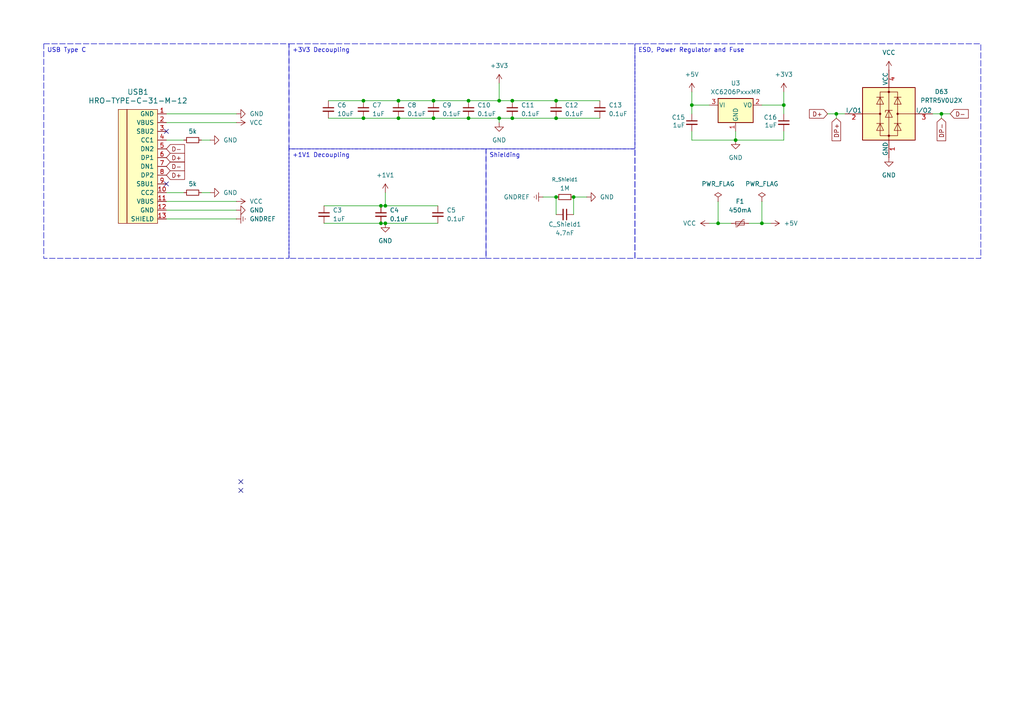
<source format=kicad_sch>
(kicad_sch
	(version 20250114)
	(generator "eeschema")
	(generator_version "9.0")
	(uuid "42ec3ffe-f48b-485b-b91e-71684ac9b403")
	(paper "A4")
	(title_block
		(title "Inett Square X Replacement PCB")
		(date "2025-06-14")
	)
	(lib_symbols
		(symbol "Device:C_Small"
			(pin_numbers
				(hide yes)
			)
			(pin_names
				(offset 0.254)
				(hide yes)
			)
			(exclude_from_sim no)
			(in_bom yes)
			(on_board yes)
			(property "Reference" "C"
				(at 0.254 1.778 0)
				(effects
					(font
						(size 1.27 1.27)
					)
					(justify left)
				)
			)
			(property "Value" "C_Small"
				(at 0.254 -2.032 0)
				(effects
					(font
						(size 1.27 1.27)
					)
					(justify left)
				)
			)
			(property "Footprint" ""
				(at 0 0 0)
				(effects
					(font
						(size 1.27 1.27)
					)
					(hide yes)
				)
			)
			(property "Datasheet" "~"
				(at 0 0 0)
				(effects
					(font
						(size 1.27 1.27)
					)
					(hide yes)
				)
			)
			(property "Description" "Unpolarized capacitor, small symbol"
				(at 0 0 0)
				(effects
					(font
						(size 1.27 1.27)
					)
					(hide yes)
				)
			)
			(property "ki_keywords" "capacitor cap"
				(at 0 0 0)
				(effects
					(font
						(size 1.27 1.27)
					)
					(hide yes)
				)
			)
			(property "ki_fp_filters" "C_*"
				(at 0 0 0)
				(effects
					(font
						(size 1.27 1.27)
					)
					(hide yes)
				)
			)
			(symbol "C_Small_0_1"
				(polyline
					(pts
						(xy -1.524 0.508) (xy 1.524 0.508)
					)
					(stroke
						(width 0.3048)
						(type default)
					)
					(fill
						(type none)
					)
				)
				(polyline
					(pts
						(xy -1.524 -0.508) (xy 1.524 -0.508)
					)
					(stroke
						(width 0.3302)
						(type default)
					)
					(fill
						(type none)
					)
				)
			)
			(symbol "C_Small_1_1"
				(pin passive line
					(at 0 2.54 270)
					(length 2.032)
					(name "~"
						(effects
							(font
								(size 1.27 1.27)
							)
						)
					)
					(number "1"
						(effects
							(font
								(size 1.27 1.27)
							)
						)
					)
				)
				(pin passive line
					(at 0 -2.54 90)
					(length 2.032)
					(name "~"
						(effects
							(font
								(size 1.27 1.27)
							)
						)
					)
					(number "2"
						(effects
							(font
								(size 1.27 1.27)
							)
						)
					)
				)
			)
			(embedded_fonts no)
		)
		(symbol "Device:Polyfuse_Small"
			(pin_numbers
				(hide yes)
			)
			(pin_names
				(offset 0)
			)
			(exclude_from_sim no)
			(in_bom yes)
			(on_board yes)
			(property "Reference" "F"
				(at -1.905 0 90)
				(effects
					(font
						(size 1.27 1.27)
					)
				)
			)
			(property "Value" "Polyfuse_Small"
				(at 1.905 0 90)
				(effects
					(font
						(size 1.27 1.27)
					)
				)
			)
			(property "Footprint" ""
				(at 1.27 -5.08 0)
				(effects
					(font
						(size 1.27 1.27)
					)
					(justify left)
					(hide yes)
				)
			)
			(property "Datasheet" "~"
				(at 0 0 0)
				(effects
					(font
						(size 1.27 1.27)
					)
					(hide yes)
				)
			)
			(property "Description" "Resettable fuse, polymeric positive temperature coefficient, small symbol"
				(at 0 0 0)
				(effects
					(font
						(size 1.27 1.27)
					)
					(hide yes)
				)
			)
			(property "ki_keywords" "resettable fuse PTC PPTC polyfuse polyswitch"
				(at 0 0 0)
				(effects
					(font
						(size 1.27 1.27)
					)
					(hide yes)
				)
			)
			(property "ki_fp_filters" "*polyfuse* *PTC*"
				(at 0 0 0)
				(effects
					(font
						(size 1.27 1.27)
					)
					(hide yes)
				)
			)
			(symbol "Polyfuse_Small_0_1"
				(polyline
					(pts
						(xy -1.016 1.27) (xy -1.016 0.762) (xy 1.016 -0.762) (xy 1.016 -1.27)
					)
					(stroke
						(width 0)
						(type default)
					)
					(fill
						(type none)
					)
				)
				(rectangle
					(start -0.508 1.27)
					(end 0.508 -1.27)
					(stroke
						(width 0)
						(type default)
					)
					(fill
						(type none)
					)
				)
				(polyline
					(pts
						(xy 0 2.54) (xy 0 -2.54)
					)
					(stroke
						(width 0)
						(type default)
					)
					(fill
						(type none)
					)
				)
			)
			(symbol "Polyfuse_Small_1_1"
				(pin passive line
					(at 0 2.54 270)
					(length 0.635)
					(name "~"
						(effects
							(font
								(size 1.27 1.27)
							)
						)
					)
					(number "1"
						(effects
							(font
								(size 1.27 1.27)
							)
						)
					)
				)
				(pin passive line
					(at 0 -2.54 90)
					(length 0.635)
					(name "~"
						(effects
							(font
								(size 1.27 1.27)
							)
						)
					)
					(number "2"
						(effects
							(font
								(size 1.27 1.27)
							)
						)
					)
				)
			)
			(embedded_fonts no)
		)
		(symbol "Device:R_Small"
			(pin_numbers
				(hide yes)
			)
			(pin_names
				(offset 0.254)
				(hide yes)
			)
			(exclude_from_sim no)
			(in_bom yes)
			(on_board yes)
			(property "Reference" "R"
				(at 0 0 90)
				(effects
					(font
						(size 1.016 1.016)
					)
				)
			)
			(property "Value" "R_Small"
				(at 1.778 0 90)
				(effects
					(font
						(size 1.27 1.27)
					)
				)
			)
			(property "Footprint" ""
				(at 0 0 0)
				(effects
					(font
						(size 1.27 1.27)
					)
					(hide yes)
				)
			)
			(property "Datasheet" "~"
				(at 0 0 0)
				(effects
					(font
						(size 1.27 1.27)
					)
					(hide yes)
				)
			)
			(property "Description" "Resistor, small symbol"
				(at 0 0 0)
				(effects
					(font
						(size 1.27 1.27)
					)
					(hide yes)
				)
			)
			(property "ki_keywords" "R resistor"
				(at 0 0 0)
				(effects
					(font
						(size 1.27 1.27)
					)
					(hide yes)
				)
			)
			(property "ki_fp_filters" "R_*"
				(at 0 0 0)
				(effects
					(font
						(size 1.27 1.27)
					)
					(hide yes)
				)
			)
			(symbol "R_Small_0_1"
				(rectangle
					(start -0.762 1.778)
					(end 0.762 -1.778)
					(stroke
						(width 0.2032)
						(type default)
					)
					(fill
						(type none)
					)
				)
			)
			(symbol "R_Small_1_1"
				(pin passive line
					(at 0 2.54 270)
					(length 0.762)
					(name "~"
						(effects
							(font
								(size 1.27 1.27)
							)
						)
					)
					(number "1"
						(effects
							(font
								(size 1.27 1.27)
							)
						)
					)
				)
				(pin passive line
					(at 0 -2.54 90)
					(length 0.762)
					(name "~"
						(effects
							(font
								(size 1.27 1.27)
							)
						)
					)
					(number "2"
						(effects
							(font
								(size 1.27 1.27)
							)
						)
					)
				)
			)
			(embedded_fonts no)
		)
		(symbol "Power_Protection:PRTR5V0U2X"
			(pin_names
				(offset 0)
			)
			(exclude_from_sim no)
			(in_bom yes)
			(on_board yes)
			(property "Reference" "D"
				(at 2.794 8.636 0)
				(effects
					(font
						(size 1.27 1.27)
					)
				)
			)
			(property "Value" "PRTR5V0U2X"
				(at 8.128 -9.398 0)
				(effects
					(font
						(size 1.27 1.27)
					)
				)
			)
			(property "Footprint" "Package_TO_SOT_SMD:SOT-143"
				(at 1.524 0 0)
				(effects
					(font
						(size 1.27 1.27)
					)
					(hide yes)
				)
			)
			(property "Datasheet" "https://assets.nexperia.com/documents/data-sheet/PRTR5V0U2X.pdf"
				(at 1.524 0 0)
				(effects
					(font
						(size 1.27 1.27)
					)
					(hide yes)
				)
			)
			(property "Description" "Ultra low capacitance double rail-to-rail ESD protection diode, SOT-143"
				(at 0 0 0)
				(effects
					(font
						(size 1.27 1.27)
					)
					(hide yes)
				)
			)
			(property "ki_keywords" "ESD protection diode"
				(at 0 0 0)
				(effects
					(font
						(size 1.27 1.27)
					)
					(hide yes)
				)
			)
			(property "ki_fp_filters" "SOT?143*"
				(at 0 0 0)
				(effects
					(font
						(size 1.27 1.27)
					)
					(hide yes)
				)
			)
			(symbol "PRTR5V0U2X_0_1"
				(rectangle
					(start -7.62 -7.62)
					(end 7.62 7.62)
					(stroke
						(width 0.254)
						(type default)
					)
					(fill
						(type background)
					)
				)
				(polyline
					(pts
						(xy -3.556 2.794) (xy -1.524 2.794) (xy -2.54 4.826) (xy -3.556 2.794)
					)
					(stroke
						(width 0)
						(type default)
					)
					(fill
						(type none)
					)
				)
				(polyline
					(pts
						(xy -3.556 -4.826) (xy -1.524 -4.826) (xy -2.54 -2.794) (xy -3.556 -4.826)
					)
					(stroke
						(width 0)
						(type default)
					)
					(fill
						(type none)
					)
				)
				(rectangle
					(start -2.54 6.35)
					(end 2.54 -6.35)
					(stroke
						(width 0)
						(type default)
					)
					(fill
						(type none)
					)
				)
				(circle
					(center -2.54 0)
					(radius 0.254)
					(stroke
						(width 0)
						(type default)
					)
					(fill
						(type outline)
					)
				)
				(polyline
					(pts
						(xy -2.54 0) (xy -7.62 0)
					)
					(stroke
						(width 0)
						(type default)
					)
					(fill
						(type none)
					)
				)
				(polyline
					(pts
						(xy -1.524 4.826) (xy -3.556 4.826)
					)
					(stroke
						(width 0)
						(type default)
					)
					(fill
						(type none)
					)
				)
				(polyline
					(pts
						(xy -1.524 -2.794) (xy -3.556 -2.794)
					)
					(stroke
						(width 0)
						(type default)
					)
					(fill
						(type none)
					)
				)
				(polyline
					(pts
						(xy -1.016 -1.016) (xy 1.016 -1.016) (xy 0 1.016) (xy -1.016 -1.016)
					)
					(stroke
						(width 0)
						(type default)
					)
					(fill
						(type none)
					)
				)
				(circle
					(center 0 6.35)
					(radius 0.254)
					(stroke
						(width 0)
						(type default)
					)
					(fill
						(type outline)
					)
				)
				(circle
					(center 0 -6.35)
					(radius 0.254)
					(stroke
						(width 0)
						(type default)
					)
					(fill
						(type outline)
					)
				)
				(polyline
					(pts
						(xy 0 -7.62) (xy 0 7.62)
					)
					(stroke
						(width 0)
						(type default)
					)
					(fill
						(type none)
					)
				)
				(polyline
					(pts
						(xy 1.016 1.016) (xy -1.016 1.016) (xy -1.016 0.508)
					)
					(stroke
						(width 0)
						(type default)
					)
					(fill
						(type none)
					)
				)
				(polyline
					(pts
						(xy 1.524 4.826) (xy 3.556 4.826)
					)
					(stroke
						(width 0)
						(type default)
					)
					(fill
						(type none)
					)
				)
				(polyline
					(pts
						(xy 1.524 -2.794) (xy 3.556 -2.794)
					)
					(stroke
						(width 0)
						(type default)
					)
					(fill
						(type none)
					)
				)
				(polyline
					(pts
						(xy 2.54 0) (xy 7.62 0)
					)
					(stroke
						(width 0)
						(type default)
					)
					(fill
						(type none)
					)
				)
				(circle
					(center 2.54 0)
					(radius 0.254)
					(stroke
						(width 0)
						(type default)
					)
					(fill
						(type outline)
					)
				)
				(polyline
					(pts
						(xy 3.556 2.794) (xy 1.524 2.794) (xy 2.54 4.826) (xy 3.556 2.794)
					)
					(stroke
						(width 0)
						(type default)
					)
					(fill
						(type none)
					)
				)
				(polyline
					(pts
						(xy 3.556 -4.826) (xy 1.524 -4.826) (xy 2.54 -2.794) (xy 3.556 -4.826)
					)
					(stroke
						(width 0)
						(type default)
					)
					(fill
						(type none)
					)
				)
			)
			(symbol "PRTR5V0U2X_1_1"
				(pin passive line
					(at -12.7 0 0)
					(length 5.08)
					(name "I/O1"
						(effects
							(font
								(size 1.27 1.27)
							)
						)
					)
					(number "2"
						(effects
							(font
								(size 1.27 1.27)
							)
						)
					)
				)
				(pin passive line
					(at 0 12.7 270)
					(length 5.08)
					(name "VCC"
						(effects
							(font
								(size 1.27 1.27)
							)
						)
					)
					(number "4"
						(effects
							(font
								(size 1.27 1.27)
							)
						)
					)
				)
				(pin passive line
					(at 0 -12.7 90)
					(length 5.08)
					(name "GND"
						(effects
							(font
								(size 1.27 1.27)
							)
						)
					)
					(number "1"
						(effects
							(font
								(size 1.27 1.27)
							)
						)
					)
				)
				(pin passive line
					(at 12.7 0 180)
					(length 5.08)
					(name "I/O2"
						(effects
							(font
								(size 1.27 1.27)
							)
						)
					)
					(number "3"
						(effects
							(font
								(size 1.27 1.27)
							)
						)
					)
				)
			)
			(embedded_fonts no)
		)
		(symbol "Regulator_Linear:XC6206PxxxMR"
			(pin_names
				(offset 0.254)
			)
			(exclude_from_sim no)
			(in_bom yes)
			(on_board yes)
			(property "Reference" "U"
				(at -3.81 3.175 0)
				(effects
					(font
						(size 1.27 1.27)
					)
				)
			)
			(property "Value" "XC6206PxxxMR"
				(at 0 3.175 0)
				(effects
					(font
						(size 1.27 1.27)
					)
					(justify left)
				)
			)
			(property "Footprint" "Package_TO_SOT_SMD:SOT-23-3"
				(at 0 5.715 0)
				(effects
					(font
						(size 1.27 1.27)
						(italic yes)
					)
					(hide yes)
				)
			)
			(property "Datasheet" "https://www.torexsemi.com/file/xc6206/XC6206.pdf"
				(at 0 0 0)
				(effects
					(font
						(size 1.27 1.27)
					)
					(hide yes)
				)
			)
			(property "Description" "Positive 60-250mA Low Dropout Regulator, Fixed Output, SOT-23"
				(at 0 0 0)
				(effects
					(font
						(size 1.27 1.27)
					)
					(hide yes)
				)
			)
			(property "ki_keywords" "Torex LDO Voltage Regulator Fixed Positive"
				(at 0 0 0)
				(effects
					(font
						(size 1.27 1.27)
					)
					(hide yes)
				)
			)
			(property "ki_fp_filters" "SOT?23?3*"
				(at 0 0 0)
				(effects
					(font
						(size 1.27 1.27)
					)
					(hide yes)
				)
			)
			(symbol "XC6206PxxxMR_0_1"
				(rectangle
					(start -5.08 1.905)
					(end 5.08 -5.08)
					(stroke
						(width 0.254)
						(type default)
					)
					(fill
						(type background)
					)
				)
			)
			(symbol "XC6206PxxxMR_1_1"
				(pin power_in line
					(at -7.62 0 0)
					(length 2.54)
					(name "VI"
						(effects
							(font
								(size 1.27 1.27)
							)
						)
					)
					(number "3"
						(effects
							(font
								(size 1.27 1.27)
							)
						)
					)
				)
				(pin power_in line
					(at 0 -7.62 90)
					(length 2.54)
					(name "GND"
						(effects
							(font
								(size 1.27 1.27)
							)
						)
					)
					(number "1"
						(effects
							(font
								(size 1.27 1.27)
							)
						)
					)
				)
				(pin power_out line
					(at 7.62 0 180)
					(length 2.54)
					(name "VO"
						(effects
							(font
								(size 1.27 1.27)
							)
						)
					)
					(number "2"
						(effects
							(font
								(size 1.27 1.27)
							)
						)
					)
				)
			)
			(embedded_fonts no)
		)
		(symbol "cipulot_parts:HRO-TYPE-C-31-M-12"
			(pin_names
				(offset 1.016)
			)
			(exclude_from_sim no)
			(in_bom yes)
			(on_board yes)
			(property "Reference" "USB"
				(at -5.08 16.51 0)
				(effects
					(font
						(size 1.524 1.524)
					)
				)
			)
			(property "Value" "HRO-TYPE-C-31-M-12"
				(at -10.16 -1.27 90)
				(effects
					(font
						(size 1.524 1.524)
					)
				)
			)
			(property "Footprint" "cipulot_parts:HRO-TYPE-C-31-M-12-Assembly"
				(at 0 0 0)
				(effects
					(font
						(size 1.524 1.524)
					)
					(hide yes)
				)
			)
			(property "Datasheet" ""
				(at 0 0 0)
				(effects
					(font
						(size 1.524 1.524)
					)
					(hide yes)
				)
			)
			(property "Description" ""
				(at 0 0 0)
				(effects
					(font
						(size 1.27 1.27)
					)
					(hide yes)
				)
			)
			(symbol "HRO-TYPE-C-31-M-12_0_1"
				(rectangle
					(start -11.43 15.24)
					(end -8.89 -17.78)
					(stroke
						(width 0)
						(type default)
					)
					(fill
						(type background)
					)
				)
				(rectangle
					(start 0 -17.78)
					(end -8.89 15.24)
					(stroke
						(width 0)
						(type default)
					)
					(fill
						(type background)
					)
				)
			)
			(symbol "HRO-TYPE-C-31-M-12_1_1"
				(pin input line
					(at 2.54 13.97 180)
					(length 2.54)
					(name "GND"
						(effects
							(font
								(size 1.27 1.27)
							)
						)
					)
					(number "1"
						(effects
							(font
								(size 1.27 1.27)
							)
						)
					)
				)
				(pin input line
					(at 2.54 11.43 180)
					(length 2.54)
					(name "VBUS"
						(effects
							(font
								(size 1.27 1.27)
							)
						)
					)
					(number "2"
						(effects
							(font
								(size 1.27 1.27)
							)
						)
					)
				)
				(pin input line
					(at 2.54 8.89 180)
					(length 2.54)
					(name "SBU2"
						(effects
							(font
								(size 1.27 1.27)
							)
						)
					)
					(number "3"
						(effects
							(font
								(size 1.27 1.27)
							)
						)
					)
				)
				(pin input line
					(at 2.54 6.35 180)
					(length 2.54)
					(name "CC1"
						(effects
							(font
								(size 1.27 1.27)
							)
						)
					)
					(number "4"
						(effects
							(font
								(size 1.27 1.27)
							)
						)
					)
				)
				(pin input line
					(at 2.54 3.81 180)
					(length 2.54)
					(name "DN2"
						(effects
							(font
								(size 1.27 1.27)
							)
						)
					)
					(number "5"
						(effects
							(font
								(size 1.27 1.27)
							)
						)
					)
				)
				(pin input line
					(at 2.54 1.27 180)
					(length 2.54)
					(name "DP1"
						(effects
							(font
								(size 1.27 1.27)
							)
						)
					)
					(number "6"
						(effects
							(font
								(size 1.27 1.27)
							)
						)
					)
				)
				(pin input line
					(at 2.54 -1.27 180)
					(length 2.54)
					(name "DN1"
						(effects
							(font
								(size 1.27 1.27)
							)
						)
					)
					(number "7"
						(effects
							(font
								(size 1.27 1.27)
							)
						)
					)
				)
				(pin input line
					(at 2.54 -3.81 180)
					(length 2.54)
					(name "DP2"
						(effects
							(font
								(size 1.27 1.27)
							)
						)
					)
					(number "8"
						(effects
							(font
								(size 1.27 1.27)
							)
						)
					)
				)
				(pin input line
					(at 2.54 -6.35 180)
					(length 2.54)
					(name "SBU1"
						(effects
							(font
								(size 1.27 1.27)
							)
						)
					)
					(number "9"
						(effects
							(font
								(size 1.27 1.27)
							)
						)
					)
				)
				(pin input line
					(at 2.54 -8.89 180)
					(length 2.54)
					(name "CC2"
						(effects
							(font
								(size 1.27 1.27)
							)
						)
					)
					(number "10"
						(effects
							(font
								(size 1.27 1.27)
							)
						)
					)
				)
				(pin input line
					(at 2.54 -11.43 180)
					(length 2.54)
					(name "VBUS"
						(effects
							(font
								(size 1.27 1.27)
							)
						)
					)
					(number "11"
						(effects
							(font
								(size 1.27 1.27)
							)
						)
					)
				)
				(pin input line
					(at 2.54 -13.97 180)
					(length 2.54)
					(name "GND"
						(effects
							(font
								(size 1.27 1.27)
							)
						)
					)
					(number "12"
						(effects
							(font
								(size 1.27 1.27)
							)
						)
					)
				)
				(pin input line
					(at 2.54 -16.51 180)
					(length 2.54)
					(name "SHIELD"
						(effects
							(font
								(size 1.27 1.27)
							)
						)
					)
					(number "13"
						(effects
							(font
								(size 1.27 1.27)
							)
						)
					)
				)
			)
			(embedded_fonts no)
		)
		(symbol "power:+1V1"
			(power)
			(pin_numbers
				(hide yes)
			)
			(pin_names
				(offset 0)
				(hide yes)
			)
			(exclude_from_sim no)
			(in_bom yes)
			(on_board yes)
			(property "Reference" "#PWR"
				(at 0 -3.81 0)
				(effects
					(font
						(size 1.27 1.27)
					)
					(hide yes)
				)
			)
			(property "Value" "+1V1"
				(at 0 3.556 0)
				(effects
					(font
						(size 1.27 1.27)
					)
				)
			)
			(property "Footprint" ""
				(at 0 0 0)
				(effects
					(font
						(size 1.27 1.27)
					)
					(hide yes)
				)
			)
			(property "Datasheet" ""
				(at 0 0 0)
				(effects
					(font
						(size 1.27 1.27)
					)
					(hide yes)
				)
			)
			(property "Description" "Power symbol creates a global label with name \"+1V1\""
				(at 0 0 0)
				(effects
					(font
						(size 1.27 1.27)
					)
					(hide yes)
				)
			)
			(property "ki_keywords" "global power"
				(at 0 0 0)
				(effects
					(font
						(size 1.27 1.27)
					)
					(hide yes)
				)
			)
			(symbol "+1V1_0_1"
				(polyline
					(pts
						(xy -0.762 1.27) (xy 0 2.54)
					)
					(stroke
						(width 0)
						(type default)
					)
					(fill
						(type none)
					)
				)
				(polyline
					(pts
						(xy 0 2.54) (xy 0.762 1.27)
					)
					(stroke
						(width 0)
						(type default)
					)
					(fill
						(type none)
					)
				)
				(polyline
					(pts
						(xy 0 0) (xy 0 2.54)
					)
					(stroke
						(width 0)
						(type default)
					)
					(fill
						(type none)
					)
				)
			)
			(symbol "+1V1_1_1"
				(pin power_in line
					(at 0 0 90)
					(length 0)
					(name "~"
						(effects
							(font
								(size 1.27 1.27)
							)
						)
					)
					(number "1"
						(effects
							(font
								(size 1.27 1.27)
							)
						)
					)
				)
			)
			(embedded_fonts no)
		)
		(symbol "power:+3V3"
			(power)
			(pin_numbers
				(hide yes)
			)
			(pin_names
				(offset 0)
				(hide yes)
			)
			(exclude_from_sim no)
			(in_bom yes)
			(on_board yes)
			(property "Reference" "#PWR"
				(at 0 -3.81 0)
				(effects
					(font
						(size 1.27 1.27)
					)
					(hide yes)
				)
			)
			(property "Value" "+3V3"
				(at 0 3.556 0)
				(effects
					(font
						(size 1.27 1.27)
					)
				)
			)
			(property "Footprint" ""
				(at 0 0 0)
				(effects
					(font
						(size 1.27 1.27)
					)
					(hide yes)
				)
			)
			(property "Datasheet" ""
				(at 0 0 0)
				(effects
					(font
						(size 1.27 1.27)
					)
					(hide yes)
				)
			)
			(property "Description" "Power symbol creates a global label with name \"+3V3\""
				(at 0 0 0)
				(effects
					(font
						(size 1.27 1.27)
					)
					(hide yes)
				)
			)
			(property "ki_keywords" "global power"
				(at 0 0 0)
				(effects
					(font
						(size 1.27 1.27)
					)
					(hide yes)
				)
			)
			(symbol "+3V3_0_1"
				(polyline
					(pts
						(xy -0.762 1.27) (xy 0 2.54)
					)
					(stroke
						(width 0)
						(type default)
					)
					(fill
						(type none)
					)
				)
				(polyline
					(pts
						(xy 0 2.54) (xy 0.762 1.27)
					)
					(stroke
						(width 0)
						(type default)
					)
					(fill
						(type none)
					)
				)
				(polyline
					(pts
						(xy 0 0) (xy 0 2.54)
					)
					(stroke
						(width 0)
						(type default)
					)
					(fill
						(type none)
					)
				)
			)
			(symbol "+3V3_1_1"
				(pin power_in line
					(at 0 0 90)
					(length 0)
					(name "~"
						(effects
							(font
								(size 1.27 1.27)
							)
						)
					)
					(number "1"
						(effects
							(font
								(size 1.27 1.27)
							)
						)
					)
				)
			)
			(embedded_fonts no)
		)
		(symbol "power:+5V"
			(power)
			(pin_numbers
				(hide yes)
			)
			(pin_names
				(offset 0)
				(hide yes)
			)
			(exclude_from_sim no)
			(in_bom yes)
			(on_board yes)
			(property "Reference" "#PWR"
				(at 0 -3.81 0)
				(effects
					(font
						(size 1.27 1.27)
					)
					(hide yes)
				)
			)
			(property "Value" "+5V"
				(at 0 3.556 0)
				(effects
					(font
						(size 1.27 1.27)
					)
				)
			)
			(property "Footprint" ""
				(at 0 0 0)
				(effects
					(font
						(size 1.27 1.27)
					)
					(hide yes)
				)
			)
			(property "Datasheet" ""
				(at 0 0 0)
				(effects
					(font
						(size 1.27 1.27)
					)
					(hide yes)
				)
			)
			(property "Description" "Power symbol creates a global label with name \"+5V\""
				(at 0 0 0)
				(effects
					(font
						(size 1.27 1.27)
					)
					(hide yes)
				)
			)
			(property "ki_keywords" "global power"
				(at 0 0 0)
				(effects
					(font
						(size 1.27 1.27)
					)
					(hide yes)
				)
			)
			(symbol "+5V_0_1"
				(polyline
					(pts
						(xy -0.762 1.27) (xy 0 2.54)
					)
					(stroke
						(width 0)
						(type default)
					)
					(fill
						(type none)
					)
				)
				(polyline
					(pts
						(xy 0 2.54) (xy 0.762 1.27)
					)
					(stroke
						(width 0)
						(type default)
					)
					(fill
						(type none)
					)
				)
				(polyline
					(pts
						(xy 0 0) (xy 0 2.54)
					)
					(stroke
						(width 0)
						(type default)
					)
					(fill
						(type none)
					)
				)
			)
			(symbol "+5V_1_1"
				(pin power_in line
					(at 0 0 90)
					(length 0)
					(name "~"
						(effects
							(font
								(size 1.27 1.27)
							)
						)
					)
					(number "1"
						(effects
							(font
								(size 1.27 1.27)
							)
						)
					)
				)
			)
			(embedded_fonts no)
		)
		(symbol "power:GND"
			(power)
			(pin_numbers
				(hide yes)
			)
			(pin_names
				(offset 0)
				(hide yes)
			)
			(exclude_from_sim no)
			(in_bom yes)
			(on_board yes)
			(property "Reference" "#PWR"
				(at 0 -6.35 0)
				(effects
					(font
						(size 1.27 1.27)
					)
					(hide yes)
				)
			)
			(property "Value" "GND"
				(at 0 -3.81 0)
				(effects
					(font
						(size 1.27 1.27)
					)
				)
			)
			(property "Footprint" ""
				(at 0 0 0)
				(effects
					(font
						(size 1.27 1.27)
					)
					(hide yes)
				)
			)
			(property "Datasheet" ""
				(at 0 0 0)
				(effects
					(font
						(size 1.27 1.27)
					)
					(hide yes)
				)
			)
			(property "Description" "Power symbol creates a global label with name \"GND\" , ground"
				(at 0 0 0)
				(effects
					(font
						(size 1.27 1.27)
					)
					(hide yes)
				)
			)
			(property "ki_keywords" "global power"
				(at 0 0 0)
				(effects
					(font
						(size 1.27 1.27)
					)
					(hide yes)
				)
			)
			(symbol "GND_0_1"
				(polyline
					(pts
						(xy 0 0) (xy 0 -1.27) (xy 1.27 -1.27) (xy 0 -2.54) (xy -1.27 -1.27) (xy 0 -1.27)
					)
					(stroke
						(width 0)
						(type default)
					)
					(fill
						(type none)
					)
				)
			)
			(symbol "GND_1_1"
				(pin power_in line
					(at 0 0 270)
					(length 0)
					(name "~"
						(effects
							(font
								(size 1.27 1.27)
							)
						)
					)
					(number "1"
						(effects
							(font
								(size 1.27 1.27)
							)
						)
					)
				)
			)
			(embedded_fonts no)
		)
		(symbol "power:GNDREF"
			(power)
			(pin_numbers
				(hide yes)
			)
			(pin_names
				(offset 0)
				(hide yes)
			)
			(exclude_from_sim no)
			(in_bom yes)
			(on_board yes)
			(property "Reference" "#PWR"
				(at 0 -6.35 0)
				(effects
					(font
						(size 1.27 1.27)
					)
					(hide yes)
				)
			)
			(property "Value" "GNDREF"
				(at 0 -3.81 0)
				(effects
					(font
						(size 1.27 1.27)
					)
				)
			)
			(property "Footprint" ""
				(at 0 0 0)
				(effects
					(font
						(size 1.27 1.27)
					)
					(hide yes)
				)
			)
			(property "Datasheet" ""
				(at 0 0 0)
				(effects
					(font
						(size 1.27 1.27)
					)
					(hide yes)
				)
			)
			(property "Description" "Power symbol creates a global label with name \"GNDREF\" , reference supply ground"
				(at 0 0 0)
				(effects
					(font
						(size 1.27 1.27)
					)
					(hide yes)
				)
			)
			(property "ki_keywords" "global power"
				(at 0 0 0)
				(effects
					(font
						(size 1.27 1.27)
					)
					(hide yes)
				)
			)
			(symbol "GNDREF_0_1"
				(polyline
					(pts
						(xy -0.635 -1.905) (xy 0.635 -1.905)
					)
					(stroke
						(width 0)
						(type default)
					)
					(fill
						(type none)
					)
				)
				(polyline
					(pts
						(xy -0.127 -2.54) (xy 0.127 -2.54)
					)
					(stroke
						(width 0)
						(type default)
					)
					(fill
						(type none)
					)
				)
				(polyline
					(pts
						(xy 0 -1.27) (xy 0 0)
					)
					(stroke
						(width 0)
						(type default)
					)
					(fill
						(type none)
					)
				)
				(polyline
					(pts
						(xy 1.27 -1.27) (xy -1.27 -1.27)
					)
					(stroke
						(width 0)
						(type default)
					)
					(fill
						(type none)
					)
				)
			)
			(symbol "GNDREF_1_1"
				(pin power_in line
					(at 0 0 270)
					(length 0)
					(name "~"
						(effects
							(font
								(size 1.27 1.27)
							)
						)
					)
					(number "1"
						(effects
							(font
								(size 1.27 1.27)
							)
						)
					)
				)
			)
			(embedded_fonts no)
		)
		(symbol "power:PWR_FLAG"
			(power)
			(pin_numbers
				(hide yes)
			)
			(pin_names
				(offset 0)
				(hide yes)
			)
			(exclude_from_sim no)
			(in_bom yes)
			(on_board yes)
			(property "Reference" "#FLG"
				(at 0 1.905 0)
				(effects
					(font
						(size 1.27 1.27)
					)
					(hide yes)
				)
			)
			(property "Value" "PWR_FLAG"
				(at 0 3.81 0)
				(effects
					(font
						(size 1.27 1.27)
					)
				)
			)
			(property "Footprint" ""
				(at 0 0 0)
				(effects
					(font
						(size 1.27 1.27)
					)
					(hide yes)
				)
			)
			(property "Datasheet" "~"
				(at 0 0 0)
				(effects
					(font
						(size 1.27 1.27)
					)
					(hide yes)
				)
			)
			(property "Description" "Special symbol for telling ERC where power comes from"
				(at 0 0 0)
				(effects
					(font
						(size 1.27 1.27)
					)
					(hide yes)
				)
			)
			(property "ki_keywords" "flag power"
				(at 0 0 0)
				(effects
					(font
						(size 1.27 1.27)
					)
					(hide yes)
				)
			)
			(symbol "PWR_FLAG_0_0"
				(pin power_out line
					(at 0 0 90)
					(length 0)
					(name "~"
						(effects
							(font
								(size 1.27 1.27)
							)
						)
					)
					(number "1"
						(effects
							(font
								(size 1.27 1.27)
							)
						)
					)
				)
			)
			(symbol "PWR_FLAG_0_1"
				(polyline
					(pts
						(xy 0 0) (xy 0 1.27) (xy -1.016 1.905) (xy 0 2.54) (xy 1.016 1.905) (xy 0 1.27)
					)
					(stroke
						(width 0)
						(type default)
					)
					(fill
						(type none)
					)
				)
			)
			(embedded_fonts no)
		)
		(symbol "power:VCC"
			(power)
			(pin_numbers
				(hide yes)
			)
			(pin_names
				(offset 0)
				(hide yes)
			)
			(exclude_from_sim no)
			(in_bom yes)
			(on_board yes)
			(property "Reference" "#PWR"
				(at 0 -3.81 0)
				(effects
					(font
						(size 1.27 1.27)
					)
					(hide yes)
				)
			)
			(property "Value" "VCC"
				(at 0 3.556 0)
				(effects
					(font
						(size 1.27 1.27)
					)
				)
			)
			(property "Footprint" ""
				(at 0 0 0)
				(effects
					(font
						(size 1.27 1.27)
					)
					(hide yes)
				)
			)
			(property "Datasheet" ""
				(at 0 0 0)
				(effects
					(font
						(size 1.27 1.27)
					)
					(hide yes)
				)
			)
			(property "Description" "Power symbol creates a global label with name \"VCC\""
				(at 0 0 0)
				(effects
					(font
						(size 1.27 1.27)
					)
					(hide yes)
				)
			)
			(property "ki_keywords" "global power"
				(at 0 0 0)
				(effects
					(font
						(size 1.27 1.27)
					)
					(hide yes)
				)
			)
			(symbol "VCC_0_1"
				(polyline
					(pts
						(xy -0.762 1.27) (xy 0 2.54)
					)
					(stroke
						(width 0)
						(type default)
					)
					(fill
						(type none)
					)
				)
				(polyline
					(pts
						(xy 0 2.54) (xy 0.762 1.27)
					)
					(stroke
						(width 0)
						(type default)
					)
					(fill
						(type none)
					)
				)
				(polyline
					(pts
						(xy 0 0) (xy 0 2.54)
					)
					(stroke
						(width 0)
						(type default)
					)
					(fill
						(type none)
					)
				)
			)
			(symbol "VCC_1_1"
				(pin power_in line
					(at 0 0 90)
					(length 0)
					(name "~"
						(effects
							(font
								(size 1.27 1.27)
							)
						)
					)
					(number "1"
						(effects
							(font
								(size 1.27 1.27)
							)
						)
					)
				)
			)
			(embedded_fonts no)
		)
	)
	(text_box "+1V1 Decoupling\n"
		(exclude_from_sim no)
		(at 83.82 43.18 0)
		(size 57.15 31.75)
		(margins 0.9525 0.9525 0.9525 0.9525)
		(stroke
			(width 0)
			(type dash)
		)
		(fill
			(type none)
		)
		(effects
			(font
				(size 1.27 1.27)
			)
			(justify left top)
		)
		(uuid "250b5b53-6c16-49e5-980c-615e543f35e7")
	)
	(text_box "Shielding\n"
		(exclude_from_sim no)
		(at 140.97 43.18 0)
		(size 43.18 31.75)
		(margins 0.9525 0.9525 0.9525 0.9525)
		(stroke
			(width 0)
			(type dash)
		)
		(fill
			(type none)
		)
		(effects
			(font
				(size 1.27 1.27)
			)
			(justify left top)
		)
		(uuid "621fcab7-0a3d-4691-b9c7-9b237478a2c2")
	)
	(text_box "+3V3 Decoupling\n"
		(exclude_from_sim no)
		(at 83.82 12.7 0)
		(size 100.33 30.48)
		(margins 0.9525 0.9525 0.9525 0.9525)
		(stroke
			(width 0)
			(type dash)
		)
		(fill
			(type none)
		)
		(effects
			(font
				(size 1.27 1.27)
			)
			(justify left top)
		)
		(uuid "bedd2a71-1717-4791-a5a3-3b670853fefa")
	)
	(text_box "ESD, Power Regulator and Fuse\n"
		(exclude_from_sim no)
		(at 184.15 12.7 0)
		(size 100.33 62.23)
		(margins 0.9525 0.9525 0.9525 0.9525)
		(stroke
			(width 0)
			(type dash)
		)
		(fill
			(type none)
		)
		(effects
			(font
				(size 1.27 1.27)
			)
			(justify left top)
		)
		(uuid "f95b89ff-d36f-4443-9690-bd2ce54cb306")
	)
	(text_box "USB Type C\n"
		(exclude_from_sim no)
		(at 12.7 12.7 0)
		(size 71.12 62.23)
		(margins 0.9525 0.9525 0.9525 0.9525)
		(stroke
			(width 0)
			(type dash)
		)
		(fill
			(type none)
		)
		(effects
			(font
				(size 1.27 1.27)
			)
			(justify left top)
		)
		(uuid "fb8b60c8-f025-4fc8-b9e7-a257928057dd")
	)
	(junction
		(at 135.89 34.29)
		(diameter 0)
		(color 0 0 0 0)
		(uuid "01e337e1-8936-4705-a047-d4a02de0050f")
	)
	(junction
		(at 125.73 29.21)
		(diameter 0)
		(color 0 0 0 0)
		(uuid "06ae7140-f0ef-4a7f-a4a0-f6d60ef0d06f")
	)
	(junction
		(at 110.49 64.77)
		(diameter 0)
		(color 0 0 0 0)
		(uuid "07857b15-9d06-41e9-8222-530f468dcdf6")
	)
	(junction
		(at 220.98 64.77)
		(diameter 0)
		(color 0 0 0 0)
		(uuid "08f44bde-351b-4c79-a890-788381d8da9e")
	)
	(junction
		(at 208.28 64.77)
		(diameter 0)
		(color 0 0 0 0)
		(uuid "1a3d4164-be79-4445-a12c-5f2b6bf0cd2e")
	)
	(junction
		(at 110.49 59.69)
		(diameter 0)
		(color 0 0 0 0)
		(uuid "2212819e-3cfc-447f-8c9a-db54677ad256")
	)
	(junction
		(at 227.33 30.48)
		(diameter 0)
		(color 0 0 0 0)
		(uuid "2a56e301-8612-4c24-b5af-644fde109c25")
	)
	(junction
		(at 105.41 29.21)
		(diameter 0)
		(color 0 0 0 0)
		(uuid "34389261-2ecc-4831-ba67-e1071069938d")
	)
	(junction
		(at 125.73 34.29)
		(diameter 0)
		(color 0 0 0 0)
		(uuid "38b61447-1d4e-4f41-b04c-38020afd892a")
	)
	(junction
		(at 200.66 30.48)
		(diameter 0)
		(color 0 0 0 0)
		(uuid "52b638a7-1e8c-47de-acc9-65178901cba7")
	)
	(junction
		(at 148.59 34.29)
		(diameter 0)
		(color 0 0 0 0)
		(uuid "60017fae-3007-4271-8b55-421f3261e066")
	)
	(junction
		(at 213.36 40.64)
		(diameter 0)
		(color 0 0 0 0)
		(uuid "65660d58-8afa-4daf-b5be-985529d81e87")
	)
	(junction
		(at 161.29 34.29)
		(diameter 0)
		(color 0 0 0 0)
		(uuid "6ba0a424-ace8-4c0d-91d0-3f3ce36c182d")
	)
	(junction
		(at 161.29 29.21)
		(diameter 0)
		(color 0 0 0 0)
		(uuid "73c402b5-0dab-4900-9472-b222e868b9a9")
	)
	(junction
		(at 115.57 34.29)
		(diameter 0)
		(color 0 0 0 0)
		(uuid "76a9583e-a9e1-4293-a737-d9c149742dcc")
	)
	(junction
		(at 161.29 57.15)
		(diameter 0)
		(color 0 0 0 0)
		(uuid "7cae56e1-6755-4b2f-9dc7-a6248b97bd71")
	)
	(junction
		(at 111.76 59.69)
		(diameter 0)
		(color 0 0 0 0)
		(uuid "80ec9519-0581-4e99-bc85-8e09b0764692")
	)
	(junction
		(at 111.76 64.77)
		(diameter 0)
		(color 0 0 0 0)
		(uuid "a789deaa-bd85-4bff-8cf4-9ea577e9b174")
	)
	(junction
		(at 115.57 29.21)
		(diameter 0)
		(color 0 0 0 0)
		(uuid "af46a423-380a-4da8-8e2a-9c0dc62f6c3b")
	)
	(junction
		(at 135.89 29.21)
		(diameter 0)
		(color 0 0 0 0)
		(uuid "bf6cd67f-67f6-4501-87fd-1853c6cc4f7c")
	)
	(junction
		(at 105.41 34.29)
		(diameter 0)
		(color 0 0 0 0)
		(uuid "c09511f5-d91d-42cb-9e84-bdadbf596ed0")
	)
	(junction
		(at 273.05 33.02)
		(diameter 0)
		(color 0 0 0 0)
		(uuid "ceaedfcf-ec50-4b63-b3ee-28f3b93042f8")
	)
	(junction
		(at 144.78 34.29)
		(diameter 0)
		(color 0 0 0 0)
		(uuid "d639eac0-54d9-4b82-bb8e-27ced0fbd54e")
	)
	(junction
		(at 148.59 29.21)
		(diameter 0)
		(color 0 0 0 0)
		(uuid "d8d9e2e4-d63d-4993-a682-d38b558a3c37")
	)
	(junction
		(at 166.37 57.15)
		(diameter 0)
		(color 0 0 0 0)
		(uuid "d9d36d7d-e20e-4c53-8aa5-c75f0c38dfad")
	)
	(junction
		(at 144.78 29.21)
		(diameter 0)
		(color 0 0 0 0)
		(uuid "da602df9-217e-4d5e-8cd1-a7275bd9e2f0")
	)
	(junction
		(at 242.57 33.02)
		(diameter 0)
		(color 0 0 0 0)
		(uuid "ea7e9375-aecd-480b-9a06-17584fb1be6f")
	)
	(no_connect
		(at 48.26 53.34)
		(uuid "6f0984c5-1feb-4ce7-af30-a193b02b298a")
	)
	(no_connect
		(at 48.26 38.1)
		(uuid "a8c79d00-2a09-45f3-9189-131222bfbf07")
	)
	(no_connect
		(at 69.85 139.7)
		(uuid "b7b328c2-7cf6-425b-8c0f-98aa3f24a818")
	)
	(no_connect
		(at 69.85 142.24)
		(uuid "f07a2de1-42f4-4bcc-b105-da587797ac1a")
	)
	(wire
		(pts
			(xy 148.59 34.29) (xy 161.29 34.29)
		)
		(stroke
			(width 0)
			(type default)
		)
		(uuid "02283029-5781-44d1-9208-bd9530547e00")
	)
	(wire
		(pts
			(xy 48.26 55.88) (xy 53.34 55.88)
		)
		(stroke
			(width 0)
			(type default)
		)
		(uuid "0249a81d-2286-435d-a69e-1157f4d5d0c5")
	)
	(wire
		(pts
			(xy 200.66 30.48) (xy 200.66 33.02)
		)
		(stroke
			(width 0)
			(type default)
		)
		(uuid "0526b6a1-c09a-4b03-9b64-ad4835f1d0f6")
	)
	(wire
		(pts
			(xy 227.33 38.1) (xy 227.33 40.64)
		)
		(stroke
			(width 0)
			(type default)
		)
		(uuid "15084676-a7ab-4957-a092-a97743b0a9da")
	)
	(wire
		(pts
			(xy 220.98 64.77) (xy 223.52 64.77)
		)
		(stroke
			(width 0)
			(type default)
		)
		(uuid "196bba16-43ef-4b5a-b95a-bfa2c990b96d")
	)
	(wire
		(pts
			(xy 93.98 64.77) (xy 110.49 64.77)
		)
		(stroke
			(width 0)
			(type default)
		)
		(uuid "1d43183d-d457-4dba-a14d-604121f13ee0")
	)
	(wire
		(pts
			(xy 110.49 59.69) (xy 111.76 59.69)
		)
		(stroke
			(width 0)
			(type default)
		)
		(uuid "2185013c-ca26-4070-96c9-e80a529dfb86")
	)
	(wire
		(pts
			(xy 144.78 34.29) (xy 148.59 34.29)
		)
		(stroke
			(width 0)
			(type default)
		)
		(uuid "2638679f-4846-43d9-8fe8-3143471d98de")
	)
	(wire
		(pts
			(xy 220.98 58.42) (xy 220.98 64.77)
		)
		(stroke
			(width 0)
			(type default)
		)
		(uuid "26d7f349-b928-442f-8ca7-616c9f2762de")
	)
	(wire
		(pts
			(xy 161.29 29.21) (xy 173.99 29.21)
		)
		(stroke
			(width 0)
			(type default)
		)
		(uuid "2945fba4-ec90-4d54-9c89-e097b6ac04e2")
	)
	(wire
		(pts
			(xy 148.59 29.21) (xy 161.29 29.21)
		)
		(stroke
			(width 0)
			(type default)
		)
		(uuid "29c788c4-63f4-4991-8f81-1e20fe173c14")
	)
	(wire
		(pts
			(xy 166.37 57.15) (xy 170.18 57.15)
		)
		(stroke
			(width 0)
			(type default)
		)
		(uuid "2adc5c45-a0f2-4ffd-b561-71a507cf6f68")
	)
	(wire
		(pts
			(xy 217.17 64.77) (xy 220.98 64.77)
		)
		(stroke
			(width 0)
			(type default)
		)
		(uuid "319f9e07-b2c9-451d-8322-11daa8bbbbf2")
	)
	(wire
		(pts
			(xy 227.33 26.67) (xy 227.33 30.48)
		)
		(stroke
			(width 0)
			(type default)
		)
		(uuid "31e213b8-c82b-4ca0-8243-7142622637b8")
	)
	(wire
		(pts
			(xy 48.26 58.42) (xy 68.58 58.42)
		)
		(stroke
			(width 0)
			(type default)
		)
		(uuid "34a20c2d-8d47-4e56-9e4e-b35a46c432eb")
	)
	(wire
		(pts
			(xy 115.57 29.21) (xy 125.73 29.21)
		)
		(stroke
			(width 0)
			(type default)
		)
		(uuid "38950db1-bf16-4980-8d1b-ea9819e9de57")
	)
	(wire
		(pts
			(xy 48.26 35.56) (xy 68.58 35.56)
		)
		(stroke
			(width 0)
			(type default)
		)
		(uuid "3cee07a5-ed6d-4374-a92c-53c7bf429638")
	)
	(wire
		(pts
			(xy 48.26 63.5) (xy 68.58 63.5)
		)
		(stroke
			(width 0)
			(type default)
		)
		(uuid "3f5b38ee-d151-43ed-92bf-158a09c47041")
	)
	(wire
		(pts
			(xy 220.98 30.48) (xy 227.33 30.48)
		)
		(stroke
			(width 0)
			(type default)
		)
		(uuid "4196f33b-6747-4966-89db-04c60edc57e0")
	)
	(wire
		(pts
			(xy 105.41 29.21) (xy 115.57 29.21)
		)
		(stroke
			(width 0)
			(type default)
		)
		(uuid "42777d95-1690-423d-9b78-2e6af3317dee")
	)
	(wire
		(pts
			(xy 157.48 57.15) (xy 161.29 57.15)
		)
		(stroke
			(width 0)
			(type default)
		)
		(uuid "5464d92b-a743-4fb5-850d-35dd47c0a7ca")
	)
	(wire
		(pts
			(xy 110.49 64.77) (xy 111.76 64.77)
		)
		(stroke
			(width 0)
			(type default)
		)
		(uuid "547373e0-50b2-4525-9dcc-5d1277eb32a5")
	)
	(wire
		(pts
			(xy 208.28 64.77) (xy 212.09 64.77)
		)
		(stroke
			(width 0)
			(type default)
		)
		(uuid "5d4e00e7-b8b7-4372-ba96-9b31ad516f84")
	)
	(wire
		(pts
			(xy 273.05 33.02) (xy 275.59 33.02)
		)
		(stroke
			(width 0)
			(type default)
		)
		(uuid "5df41216-e7f1-4b1b-9ced-4282201b9dec")
	)
	(wire
		(pts
			(xy 125.73 34.29) (xy 135.89 34.29)
		)
		(stroke
			(width 0)
			(type default)
		)
		(uuid "7019d6e1-c795-4f90-8746-fbe46080bdba")
	)
	(wire
		(pts
			(xy 144.78 24.13) (xy 144.78 29.21)
		)
		(stroke
			(width 0)
			(type default)
		)
		(uuid "76ee9553-0819-4e4c-8ad3-797a001b76bf")
	)
	(wire
		(pts
			(xy 95.25 29.21) (xy 105.41 29.21)
		)
		(stroke
			(width 0)
			(type default)
		)
		(uuid "7a60349c-2813-4da6-a91b-bbbb5683760f")
	)
	(wire
		(pts
			(xy 200.66 30.48) (xy 205.74 30.48)
		)
		(stroke
			(width 0)
			(type default)
		)
		(uuid "7acda2c3-c2e5-47ec-b1cb-518b05139d57")
	)
	(wire
		(pts
			(xy 208.28 58.42) (xy 208.28 64.77)
		)
		(stroke
			(width 0)
			(type default)
		)
		(uuid "7dec0521-08d7-4f70-989f-dcef4aa892cc")
	)
	(wire
		(pts
			(xy 111.76 55.88) (xy 111.76 59.69)
		)
		(stroke
			(width 0)
			(type default)
		)
		(uuid "8369055c-6f34-4c64-b1ed-d3c3113c0f7b")
	)
	(wire
		(pts
			(xy 48.26 33.02) (xy 68.58 33.02)
		)
		(stroke
			(width 0)
			(type default)
		)
		(uuid "8674b0c6-5b2c-4331-8f36-389317a8c6a3")
	)
	(wire
		(pts
			(xy 95.25 34.29) (xy 105.41 34.29)
		)
		(stroke
			(width 0)
			(type default)
		)
		(uuid "86f7a174-b101-4887-ada0-b50ff6b84cb0")
	)
	(wire
		(pts
			(xy 135.89 29.21) (xy 144.78 29.21)
		)
		(stroke
			(width 0)
			(type default)
		)
		(uuid "878f43de-2437-4c17-8164-3da83d3be7ab")
	)
	(wire
		(pts
			(xy 144.78 35.56) (xy 144.78 34.29)
		)
		(stroke
			(width 0)
			(type default)
		)
		(uuid "8839de51-45f4-45d7-8e91-b9918f425add")
	)
	(wire
		(pts
			(xy 48.26 40.64) (xy 53.34 40.64)
		)
		(stroke
			(width 0)
			(type default)
		)
		(uuid "8d642696-8ccf-4cd4-bc50-ba92d4720cfa")
	)
	(wire
		(pts
			(xy 161.29 34.29) (xy 173.99 34.29)
		)
		(stroke
			(width 0)
			(type default)
		)
		(uuid "953f92c6-96e2-4fc2-bc0c-4496202977a8")
	)
	(wire
		(pts
			(xy 242.57 33.02) (xy 245.11 33.02)
		)
		(stroke
			(width 0)
			(type default)
		)
		(uuid "97059b4e-1e20-43b9-a2b9-3912df947829")
	)
	(wire
		(pts
			(xy 273.05 34.29) (xy 273.05 33.02)
		)
		(stroke
			(width 0)
			(type default)
		)
		(uuid "9808c51e-0a04-4e5b-8580-3c1accf26118")
	)
	(wire
		(pts
			(xy 213.36 40.64) (xy 200.66 40.64)
		)
		(stroke
			(width 0)
			(type default)
		)
		(uuid "9bcad8c7-3ad5-4ef0-b19b-a35dd745a4c0")
	)
	(wire
		(pts
			(xy 111.76 64.77) (xy 127 64.77)
		)
		(stroke
			(width 0)
			(type default)
		)
		(uuid "a5d9037b-e298-49e9-93b0-cbd7a733ed8a")
	)
	(wire
		(pts
			(xy 240.03 33.02) (xy 242.57 33.02)
		)
		(stroke
			(width 0)
			(type default)
		)
		(uuid "a6d764a3-9285-43b4-8486-8ccac5659765")
	)
	(wire
		(pts
			(xy 242.57 34.29) (xy 242.57 33.02)
		)
		(stroke
			(width 0)
			(type default)
		)
		(uuid "a7bc72b8-1d2c-49ff-a3ab-1e9b67f443d0")
	)
	(wire
		(pts
			(xy 58.42 55.88) (xy 60.96 55.88)
		)
		(stroke
			(width 0)
			(type default)
		)
		(uuid "ab55955a-659c-4e40-a0e4-d3ec9ce7d4ee")
	)
	(wire
		(pts
			(xy 200.66 26.67) (xy 200.66 30.48)
		)
		(stroke
			(width 0)
			(type default)
		)
		(uuid "aec7bdb4-8d7c-455b-934f-d0373655b7c8")
	)
	(wire
		(pts
			(xy 270.51 33.02) (xy 273.05 33.02)
		)
		(stroke
			(width 0)
			(type default)
		)
		(uuid "b20832cd-1035-4e61-9c3b-ab81d4ee7eed")
	)
	(wire
		(pts
			(xy 227.33 40.64) (xy 213.36 40.64)
		)
		(stroke
			(width 0)
			(type default)
		)
		(uuid "b2933d64-e04d-4948-a6c9-c62b7512c07a")
	)
	(wire
		(pts
			(xy 200.66 38.1) (xy 200.66 40.64)
		)
		(stroke
			(width 0)
			(type default)
		)
		(uuid "b4a029da-500d-489e-ae17-3f0aecf0617b")
	)
	(wire
		(pts
			(xy 111.76 59.69) (xy 127 59.69)
		)
		(stroke
			(width 0)
			(type default)
		)
		(uuid "b9df36f4-8595-4098-923b-151608ff2978")
	)
	(wire
		(pts
			(xy 115.57 34.29) (xy 125.73 34.29)
		)
		(stroke
			(width 0)
			(type default)
		)
		(uuid "ba991e60-1e0e-4853-84e1-563af7a42d8f")
	)
	(wire
		(pts
			(xy 205.74 64.77) (xy 208.28 64.77)
		)
		(stroke
			(width 0)
			(type default)
		)
		(uuid "c74f97b6-2b7e-4d28-b407-9115eeba4020")
	)
	(wire
		(pts
			(xy 93.98 59.69) (xy 110.49 59.69)
		)
		(stroke
			(width 0)
			(type default)
		)
		(uuid "ca15f3cc-1557-4b6e-b5ec-6f8ac824c917")
	)
	(wire
		(pts
			(xy 125.73 29.21) (xy 135.89 29.21)
		)
		(stroke
			(width 0)
			(type default)
		)
		(uuid "cedf0942-a1ba-4c3a-a6ca-568da601f820")
	)
	(wire
		(pts
			(xy 227.33 30.48) (xy 227.33 33.02)
		)
		(stroke
			(width 0)
			(type default)
		)
		(uuid "d3cc1bca-4ae0-4240-9659-796a28158498")
	)
	(wire
		(pts
			(xy 161.29 57.15) (xy 161.29 62.23)
		)
		(stroke
			(width 0)
			(type default)
		)
		(uuid "db6eeeb7-e2ec-4386-a500-93a1b48f0200")
	)
	(wire
		(pts
			(xy 166.37 57.15) (xy 166.37 62.23)
		)
		(stroke
			(width 0)
			(type default)
		)
		(uuid "deb55c6b-df0b-4e9b-ab25-0f2f7c76c899")
	)
	(wire
		(pts
			(xy 58.42 40.64) (xy 60.96 40.64)
		)
		(stroke
			(width 0)
			(type default)
		)
		(uuid "e1e5f417-532b-452e-b6c6-a10cba1687b9")
	)
	(wire
		(pts
			(xy 105.41 34.29) (xy 115.57 34.29)
		)
		(stroke
			(width 0)
			(type default)
		)
		(uuid "e7e7f693-647c-43af-80dd-569041569778")
	)
	(wire
		(pts
			(xy 213.36 38.1) (xy 213.36 40.64)
		)
		(stroke
			(width 0)
			(type default)
		)
		(uuid "ec0d174e-6124-40e3-8c4f-86341153a8af")
	)
	(wire
		(pts
			(xy 48.26 60.96) (xy 68.58 60.96)
		)
		(stroke
			(width 0)
			(type default)
		)
		(uuid "eef160d9-48f5-488e-8077-b72e89de8f66")
	)
	(wire
		(pts
			(xy 144.78 29.21) (xy 148.59 29.21)
		)
		(stroke
			(width 0)
			(type default)
		)
		(uuid "eefc2372-b7eb-4e36-9da9-81b4bd56a9e1")
	)
	(wire
		(pts
			(xy 135.89 34.29) (xy 144.78 34.29)
		)
		(stroke
			(width 0)
			(type default)
		)
		(uuid "f9911787-4b5a-4be1-9294-72412d6c7b0a")
	)
	(global_label "D-"
		(shape input)
		(at 48.26 43.18 0)
		(fields_autoplaced yes)
		(effects
			(font
				(size 1.27 1.27)
			)
			(justify left)
		)
		(uuid "37c89ffe-d52e-4cba-a655-52df77077c23")
		(property "Intersheetrefs" "${INTERSHEET_REFS}"
			(at 55.4181 43.18 0)
			(effects
				(font
					(size 1.27 1.27)
				)
				(justify left)
			)
		)
	)
	(global_label "DP-"
		(shape input)
		(at 273.05 34.29 270)
		(fields_autoplaced yes)
		(effects
			(font
				(size 1.27 1.27)
			)
			(justify right)
		)
		(uuid "5015159c-5846-42eb-a012-538d52d769c5")
		(property "Intersheetrefs" "${INTERSHEET_REFS}"
			(at 273.05 41.3876 90)
			(effects
				(font
					(size 1.27 1.27)
				)
				(justify right)
			)
		)
	)
	(global_label "D+"
		(shape input)
		(at 240.03 33.02 180)
		(fields_autoplaced yes)
		(effects
			(font
				(size 1.27 1.27)
			)
			(justify right)
		)
		(uuid "8e5f64f0-8cfe-4394-861b-cf712bbc55e3")
		(property "Intersheetrefs" "${INTERSHEET_REFS}"
			(at 234.2024 33.02 0)
			(effects
				(font
					(size 1.27 1.27)
				)
				(justify right)
			)
		)
	)
	(global_label "D+"
		(shape input)
		(at 48.26 50.8 0)
		(fields_autoplaced yes)
		(effects
			(font
				(size 1.27 1.27)
			)
			(justify left)
		)
		(uuid "9abef8fd-68f3-4401-a208-e840a0a77a44")
		(property "Intersheetrefs" "${INTERSHEET_REFS}"
			(at 55.3576 50.8 0)
			(effects
				(font
					(size 1.27 1.27)
				)
				(justify left)
			)
		)
	)
	(global_label "D-"
		(shape input)
		(at 48.26 48.26 0)
		(fields_autoplaced yes)
		(effects
			(font
				(size 1.27 1.27)
			)
			(justify left)
		)
		(uuid "9f6c7553-d09a-45e3-a32d-b5455142f796")
		(property "Intersheetrefs" "${INTERSHEET_REFS}"
			(at 55.3576 48.26 0)
			(effects
				(font
					(size 1.27 1.27)
				)
				(justify left)
			)
		)
	)
	(global_label "D-"
		(shape input)
		(at 275.59 33.02 0)
		(fields_autoplaced yes)
		(effects
			(font
				(size 1.27 1.27)
			)
			(justify left)
		)
		(uuid "ab2d3c1d-92b9-4ed8-b471-21d8315b7788")
		(property "Intersheetrefs" "${INTERSHEET_REFS}"
			(at 281.4176 33.02 0)
			(effects
				(font
					(size 1.27 1.27)
				)
				(justify left)
			)
		)
	)
	(global_label "DP+"
		(shape input)
		(at 242.57 34.29 270)
		(fields_autoplaced yes)
		(effects
			(font
				(size 1.27 1.27)
			)
			(justify right)
		)
		(uuid "f33f7112-af1e-4180-9de2-9ebbdc70d471")
		(property "Intersheetrefs" "${INTERSHEET_REFS}"
			(at 242.57 41.3876 90)
			(effects
				(font
					(size 1.27 1.27)
				)
				(justify right)
			)
		)
	)
	(global_label "D+"
		(shape input)
		(at 48.26 45.72 0)
		(fields_autoplaced yes)
		(effects
			(font
				(size 1.27 1.27)
			)
			(justify left)
		)
		(uuid "f575a436-bd0e-4c75-b3f5-a81e8e5d113b")
		(property "Intersheetrefs" "${INTERSHEET_REFS}"
			(at 55.4181 45.72 0)
			(effects
				(font
					(size 1.27 1.27)
				)
				(justify left)
			)
		)
	)
	(symbol
		(lib_id "power:+3V3")
		(at 144.78 24.13 0)
		(unit 1)
		(exclude_from_sim no)
		(in_bom yes)
		(on_board yes)
		(dnp no)
		(fields_autoplaced yes)
		(uuid "00bff88d-e6e0-4f9e-b4f9-8c131d93e4ff")
		(property "Reference" "#PWR017"
			(at 144.78 27.94 0)
			(effects
				(font
					(size 1.27 1.27)
				)
				(hide yes)
			)
		)
		(property "Value" "+3V3"
			(at 144.78 19.05 0)
			(effects
				(font
					(size 1.27 1.27)
				)
			)
		)
		(property "Footprint" ""
			(at 144.78 24.13 0)
			(effects
				(font
					(size 1.27 1.27)
				)
				(hide yes)
			)
		)
		(property "Datasheet" ""
			(at 144.78 24.13 0)
			(effects
				(font
					(size 1.27 1.27)
				)
				(hide yes)
			)
		)
		(property "Description" "Power symbol creates a global label with name \"+3V3\""
			(at 144.78 24.13 0)
			(effects
				(font
					(size 1.27 1.27)
				)
				(hide yes)
			)
		)
		(pin "1"
			(uuid "65bc7d48-eb47-4e88-a1cb-3566c81041ca")
		)
		(instances
			(project ""
				(path "/fb7dcea0-f0aa-436d-b376-9fbfab82fd79/ff480fe0-ed2d-43bf-8bb8-694bac942baf"
					(reference "#PWR017")
					(unit 1)
				)
			)
		)
	)
	(symbol
		(lib_id "power:GND")
		(at 144.78 35.56 0)
		(unit 1)
		(exclude_from_sim no)
		(in_bom yes)
		(on_board yes)
		(dnp no)
		(fields_autoplaced yes)
		(uuid "0304e089-df52-45f9-bbf6-c122f619d01e")
		(property "Reference" "#PWR010"
			(at 144.78 41.91 0)
			(effects
				(font
					(size 1.27 1.27)
				)
				(hide yes)
			)
		)
		(property "Value" "GND"
			(at 144.78 40.64 0)
			(effects
				(font
					(size 1.27 1.27)
				)
			)
		)
		(property "Footprint" ""
			(at 144.78 35.56 0)
			(effects
				(font
					(size 1.27 1.27)
				)
				(hide yes)
			)
		)
		(property "Datasheet" ""
			(at 144.78 35.56 0)
			(effects
				(font
					(size 1.27 1.27)
				)
				(hide yes)
			)
		)
		(property "Description" "Power symbol creates a global label with name \"GND\" , ground"
			(at 144.78 35.56 0)
			(effects
				(font
					(size 1.27 1.27)
				)
				(hide yes)
			)
		)
		(pin "1"
			(uuid "bc572114-d5ce-4a3a-b72b-c04c9dc6e7d6")
		)
		(instances
			(project "Inett_60_PCB"
				(path "/fb7dcea0-f0aa-436d-b376-9fbfab82fd79/ff480fe0-ed2d-43bf-8bb8-694bac942baf"
					(reference "#PWR010")
					(unit 1)
				)
			)
		)
	)
	(symbol
		(lib_id "power:GND")
		(at 213.36 40.64 0)
		(unit 1)
		(exclude_from_sim no)
		(in_bom yes)
		(on_board yes)
		(dnp no)
		(fields_autoplaced yes)
		(uuid "0a84a62a-67c6-458b-93c1-aac5a3804251")
		(property "Reference" "#PWR028"
			(at 213.36 46.99 0)
			(effects
				(font
					(size 1.27 1.27)
				)
				(hide yes)
			)
		)
		(property "Value" "GND"
			(at 213.36 45.72 0)
			(effects
				(font
					(size 1.27 1.27)
				)
			)
		)
		(property "Footprint" ""
			(at 213.36 40.64 0)
			(effects
				(font
					(size 1.27 1.27)
				)
				(hide yes)
			)
		)
		(property "Datasheet" ""
			(at 213.36 40.64 0)
			(effects
				(font
					(size 1.27 1.27)
				)
				(hide yes)
			)
		)
		(property "Description" "Power symbol creates a global label with name \"GND\" , ground"
			(at 213.36 40.64 0)
			(effects
				(font
					(size 1.27 1.27)
				)
				(hide yes)
			)
		)
		(pin "1"
			(uuid "09c5b677-34c0-4019-84dc-f8608652754c")
		)
		(instances
			(project ""
				(path "/fb7dcea0-f0aa-436d-b376-9fbfab82fd79/ff480fe0-ed2d-43bf-8bb8-694bac942baf"
					(reference "#PWR028")
					(unit 1)
				)
			)
		)
	)
	(symbol
		(lib_id "power:GND")
		(at 68.58 60.96 90)
		(unit 1)
		(exclude_from_sim no)
		(in_bom yes)
		(on_board yes)
		(dnp no)
		(fields_autoplaced yes)
		(uuid "10df9894-41ab-4b79-a59f-87c5f3a687d0")
		(property "Reference" "#PWR012"
			(at 74.93 60.96 0)
			(effects
				(font
					(size 1.27 1.27)
				)
				(hide yes)
			)
		)
		(property "Value" "GND"
			(at 72.39 60.9599 90)
			(effects
				(font
					(size 1.27 1.27)
				)
				(justify right)
			)
		)
		(property "Footprint" ""
			(at 68.58 60.96 0)
			(effects
				(font
					(size 1.27 1.27)
				)
				(hide yes)
			)
		)
		(property "Datasheet" ""
			(at 68.58 60.96 0)
			(effects
				(font
					(size 1.27 1.27)
				)
				(hide yes)
			)
		)
		(property "Description" "Power symbol creates a global label with name \"GND\" , ground"
			(at 68.58 60.96 0)
			(effects
				(font
					(size 1.27 1.27)
				)
				(hide yes)
			)
		)
		(pin "1"
			(uuid "21eb32b6-bfe8-4483-a486-f8805ed39b39")
		)
		(instances
			(project ""
				(path "/fb7dcea0-f0aa-436d-b376-9fbfab82fd79/ff480fe0-ed2d-43bf-8bb8-694bac942baf"
					(reference "#PWR012")
					(unit 1)
				)
			)
		)
	)
	(symbol
		(lib_id "power:VCC")
		(at 68.58 58.42 270)
		(unit 1)
		(exclude_from_sim no)
		(in_bom yes)
		(on_board yes)
		(dnp no)
		(fields_autoplaced yes)
		(uuid "1683506c-c678-4eb2-bd89-7faaface7952")
		(property "Reference" "#PWR027"
			(at 64.77 58.42 0)
			(effects
				(font
					(size 1.27 1.27)
				)
				(hide yes)
			)
		)
		(property "Value" "VCC"
			(at 72.39 58.4199 90)
			(effects
				(font
					(size 1.27 1.27)
				)
				(justify left)
			)
		)
		(property "Footprint" ""
			(at 68.58 58.42 0)
			(effects
				(font
					(size 1.27 1.27)
				)
				(hide yes)
			)
		)
		(property "Datasheet" ""
			(at 68.58 58.42 0)
			(effects
				(font
					(size 1.27 1.27)
				)
				(hide yes)
			)
		)
		(property "Description" "Power symbol creates a global label with name \"VCC\""
			(at 68.58 58.42 0)
			(effects
				(font
					(size 1.27 1.27)
				)
				(hide yes)
			)
		)
		(pin "1"
			(uuid "746d1072-9140-4fc7-8c45-64351ec8f10e")
		)
		(instances
			(project ""
				(path "/fb7dcea0-f0aa-436d-b376-9fbfab82fd79/ff480fe0-ed2d-43bf-8bb8-694bac942baf"
					(reference "#PWR027")
					(unit 1)
				)
			)
		)
	)
	(symbol
		(lib_id "Regulator_Linear:XC6206PxxxMR")
		(at 213.36 30.48 0)
		(unit 1)
		(exclude_from_sim no)
		(in_bom yes)
		(on_board yes)
		(dnp no)
		(fields_autoplaced yes)
		(uuid "174ce64b-78bb-4cc6-a46c-32c43cb969c8")
		(property "Reference" "U3"
			(at 213.36 24.13 0)
			(effects
				(font
					(size 1.27 1.27)
				)
			)
		)
		(property "Value" "XC6206PxxxMR"
			(at 213.36 26.67 0)
			(effects
				(font
					(size 1.27 1.27)
				)
			)
		)
		(property "Footprint" "Package_TO_SOT_SMD:SOT-23-3"
			(at 213.36 24.765 0)
			(effects
				(font
					(size 1.27 1.27)
					(italic yes)
				)
				(hide yes)
			)
		)
		(property "Datasheet" "https://www.torexsemi.com/file/xc6206/XC6206.pdf"
			(at 213.36 30.48 0)
			(effects
				(font
					(size 1.27 1.27)
				)
				(hide yes)
			)
		)
		(property "Description" "Positive 60-250mA Low Dropout Regulator, Fixed Output, SOT-23"
			(at 213.36 30.48 0)
			(effects
				(font
					(size 1.27 1.27)
				)
				(hide yes)
			)
		)
		(pin "1"
			(uuid "f64a7782-4a36-46ad-8c7b-378ffc3f0306")
		)
		(pin "2"
			(uuid "f4988165-2911-4112-8ff2-99f10da070cf")
		)
		(pin "3"
			(uuid "33961411-4546-4446-8487-888e4552b778")
		)
		(instances
			(project ""
				(path "/fb7dcea0-f0aa-436d-b376-9fbfab82fd79/ff480fe0-ed2d-43bf-8bb8-694bac942baf"
					(reference "U3")
					(unit 1)
				)
			)
		)
	)
	(symbol
		(lib_id "power:GNDREF")
		(at 68.58 63.5 90)
		(unit 1)
		(exclude_from_sim no)
		(in_bom yes)
		(on_board yes)
		(dnp no)
		(fields_autoplaced yes)
		(uuid "1e39faf2-01bd-49d8-993a-bdb7c1911b9f")
		(property "Reference" "#PWR025"
			(at 74.93 63.5 0)
			(effects
				(font
					(size 1.27 1.27)
				)
				(hide yes)
			)
		)
		(property "Value" "GNDREF"
			(at 72.39 63.4999 90)
			(effects
				(font
					(size 1.27 1.27)
				)
				(justify right)
			)
		)
		(property "Footprint" ""
			(at 68.58 63.5 0)
			(effects
				(font
					(size 1.27 1.27)
				)
				(hide yes)
			)
		)
		(property "Datasheet" ""
			(at 68.58 63.5 0)
			(effects
				(font
					(size 1.27 1.27)
				)
				(hide yes)
			)
		)
		(property "Description" "Power symbol creates a global label with name \"GNDREF\" , reference supply ground"
			(at 68.58 63.5 0)
			(effects
				(font
					(size 1.27 1.27)
				)
				(hide yes)
			)
		)
		(pin "1"
			(uuid "50c93005-dba2-441e-ae3a-ec381c352e54")
		)
		(instances
			(project "Inett_60_PCB"
				(path "/fb7dcea0-f0aa-436d-b376-9fbfab82fd79/ff480fe0-ed2d-43bf-8bb8-694bac942baf"
					(reference "#PWR025")
					(unit 1)
				)
			)
		)
	)
	(symbol
		(lib_id "Device:R_Small")
		(at 55.88 55.88 270)
		(unit 1)
		(exclude_from_sim no)
		(in_bom yes)
		(on_board yes)
		(dnp no)
		(fields_autoplaced yes)
		(uuid "219620e4-862c-40a3-9e92-db7e11919bc2")
		(property "Reference" "R3"
			(at 55.88 50.8 90)
			(effects
				(font
					(size 1.016 1.016)
				)
				(hide yes)
			)
		)
		(property "Value" "5k"
			(at 55.88 53.34 90)
			(effects
				(font
					(size 1.27 1.27)
				)
			)
		)
		(property "Footprint" "PCM_cipulot_parts:R_0402"
			(at 55.88 55.88 0)
			(effects
				(font
					(size 1.27 1.27)
				)
				(hide yes)
			)
		)
		(property "Datasheet" "~"
			(at 55.88 55.88 0)
			(effects
				(font
					(size 1.27 1.27)
				)
				(hide yes)
			)
		)
		(property "Description" "Resistor, small symbol"
			(at 55.88 55.88 0)
			(effects
				(font
					(size 1.27 1.27)
				)
				(hide yes)
			)
		)
		(pin "2"
			(uuid "babbcc3f-c3c3-41d1-96b6-7e7678e12f66")
		)
		(pin "1"
			(uuid "2b2e2894-9943-40bc-9e8a-71ee2a436329")
		)
		(instances
			(project ""
				(path "/fb7dcea0-f0aa-436d-b376-9fbfab82fd79/ff480fe0-ed2d-43bf-8bb8-694bac942baf"
					(reference "R3")
					(unit 1)
				)
			)
		)
	)
	(symbol
		(lib_id "Device:C_Small")
		(at 135.89 31.75 0)
		(unit 1)
		(exclude_from_sim no)
		(in_bom yes)
		(on_board yes)
		(dnp no)
		(fields_autoplaced yes)
		(uuid "2d15623e-4568-4128-ad1d-e6e787edf5a1")
		(property "Reference" "C10"
			(at 138.43 30.4862 0)
			(effects
				(font
					(size 1.27 1.27)
				)
				(justify left)
			)
		)
		(property "Value" "0.1uF"
			(at 138.43 33.0262 0)
			(effects
				(font
					(size 1.27 1.27)
				)
				(justify left)
			)
		)
		(property "Footprint" "PCM_cipulot_parts:C_0402"
			(at 135.89 31.75 0)
			(effects
				(font
					(size 1.27 1.27)
				)
				(hide yes)
			)
		)
		(property "Datasheet" "~"
			(at 135.89 31.75 0)
			(effects
				(font
					(size 1.27 1.27)
				)
				(hide yes)
			)
		)
		(property "Description" "Unpolarized capacitor, small symbol"
			(at 135.89 31.75 0)
			(effects
				(font
					(size 1.27 1.27)
				)
				(hide yes)
			)
		)
		(pin "1"
			(uuid "e3ca72e3-3ddd-44fc-9ac5-e420aeccfca0")
		)
		(pin "2"
			(uuid "1dd0bf42-7e76-4951-ae9a-0170df0fd76a")
		)
		(instances
			(project "Inett_60_PCB"
				(path "/fb7dcea0-f0aa-436d-b376-9fbfab82fd79/ff480fe0-ed2d-43bf-8bb8-694bac942baf"
					(reference "C10")
					(unit 1)
				)
			)
		)
	)
	(symbol
		(lib_id "power:PWR_FLAG")
		(at 220.98 58.42 0)
		(unit 1)
		(exclude_from_sim no)
		(in_bom yes)
		(on_board yes)
		(dnp no)
		(fields_autoplaced yes)
		(uuid "2ede3793-650b-4bcc-8739-519c50281ddf")
		(property "Reference" "#FLG02"
			(at 220.98 56.515 0)
			(effects
				(font
					(size 1.27 1.27)
				)
				(hide yes)
			)
		)
		(property "Value" "PWR_FLAG"
			(at 220.98 53.34 0)
			(effects
				(font
					(size 1.27 1.27)
				)
			)
		)
		(property "Footprint" ""
			(at 220.98 58.42 0)
			(effects
				(font
					(size 1.27 1.27)
				)
				(hide yes)
			)
		)
		(property "Datasheet" "~"
			(at 220.98 58.42 0)
			(effects
				(font
					(size 1.27 1.27)
				)
				(hide yes)
			)
		)
		(property "Description" "Special symbol for telling ERC where power comes from"
			(at 220.98 58.42 0)
			(effects
				(font
					(size 1.27 1.27)
				)
				(hide yes)
			)
		)
		(pin "1"
			(uuid "7d5cdf1a-dccc-4110-9077-d7795db0052f")
		)
		(instances
			(project ""
				(path "/fb7dcea0-f0aa-436d-b376-9fbfab82fd79/ff480fe0-ed2d-43bf-8bb8-694bac942baf"
					(reference "#FLG02")
					(unit 1)
				)
			)
		)
	)
	(symbol
		(lib_id "Device:Polyfuse_Small")
		(at 214.63 64.77 90)
		(unit 1)
		(exclude_from_sim no)
		(in_bom yes)
		(on_board yes)
		(dnp no)
		(fields_autoplaced yes)
		(uuid "3274343c-2f06-4273-b5d5-176d2e026175")
		(property "Reference" "F1"
			(at 214.63 58.42 90)
			(effects
				(font
					(size 1.27 1.27)
				)
			)
		)
		(property "Value" "450mA"
			(at 214.63 60.96 90)
			(effects
				(font
					(size 1.27 1.27)
				)
			)
		)
		(property "Footprint" "Fuse:Fuse_0805_2012Metric"
			(at 219.71 63.5 0)
			(effects
				(font
					(size 1.27 1.27)
				)
				(justify left)
				(hide yes)
			)
		)
		(property "Datasheet" "~"
			(at 214.63 64.77 0)
			(effects
				(font
					(size 1.27 1.27)
				)
				(hide yes)
			)
		)
		(property "Description" "Resettable fuse, polymeric positive temperature coefficient, small symbol"
			(at 214.63 64.77 0)
			(effects
				(font
					(size 1.27 1.27)
				)
				(hide yes)
			)
		)
		(pin "1"
			(uuid "8dfe44b4-20bb-4f97-ba9e-57cdf05b325f")
		)
		(pin "2"
			(uuid "1c1b8ec9-ee00-42b9-b2c1-a2b997c6e883")
		)
		(instances
			(project ""
				(path "/fb7dcea0-f0aa-436d-b376-9fbfab82fd79/ff480fe0-ed2d-43bf-8bb8-694bac942baf"
					(reference "F1")
					(unit 1)
				)
			)
		)
	)
	(symbol
		(lib_id "power:PWR_FLAG")
		(at 208.28 58.42 0)
		(unit 1)
		(exclude_from_sim no)
		(in_bom yes)
		(on_board yes)
		(dnp no)
		(fields_autoplaced yes)
		(uuid "43760e04-7cda-439f-88d1-4ddf26abdb18")
		(property "Reference" "#FLG01"
			(at 208.28 56.515 0)
			(effects
				(font
					(size 1.27 1.27)
				)
				(hide yes)
			)
		)
		(property "Value" "PWR_FLAG"
			(at 208.28 53.34 0)
			(effects
				(font
					(size 1.27 1.27)
				)
			)
		)
		(property "Footprint" ""
			(at 208.28 58.42 0)
			(effects
				(font
					(size 1.27 1.27)
				)
				(hide yes)
			)
		)
		(property "Datasheet" "~"
			(at 208.28 58.42 0)
			(effects
				(font
					(size 1.27 1.27)
				)
				(hide yes)
			)
		)
		(property "Description" "Special symbol for telling ERC where power comes from"
			(at 208.28 58.42 0)
			(effects
				(font
					(size 1.27 1.27)
				)
				(hide yes)
			)
		)
		(pin "1"
			(uuid "9795b72e-5e00-4016-8a13-602a1a7f3178")
		)
		(instances
			(project ""
				(path "/fb7dcea0-f0aa-436d-b376-9fbfab82fd79/ff480fe0-ed2d-43bf-8bb8-694bac942baf"
					(reference "#FLG01")
					(unit 1)
				)
			)
		)
	)
	(symbol
		(lib_id "power:GND")
		(at 111.76 64.77 0)
		(unit 1)
		(exclude_from_sim no)
		(in_bom yes)
		(on_board yes)
		(dnp no)
		(fields_autoplaced yes)
		(uuid "48698d86-c668-4a72-8624-90cab5666635")
		(property "Reference" "#PWR09"
			(at 111.76 71.12 0)
			(effects
				(font
					(size 1.27 1.27)
				)
				(hide yes)
			)
		)
		(property "Value" "GND"
			(at 111.76 69.85 0)
			(effects
				(font
					(size 1.27 1.27)
				)
			)
		)
		(property "Footprint" ""
			(at 111.76 64.77 0)
			(effects
				(font
					(size 1.27 1.27)
				)
				(hide yes)
			)
		)
		(property "Datasheet" ""
			(at 111.76 64.77 0)
			(effects
				(font
					(size 1.27 1.27)
				)
				(hide yes)
			)
		)
		(property "Description" "Power symbol creates a global label with name \"GND\" , ground"
			(at 111.76 64.77 0)
			(effects
				(font
					(size 1.27 1.27)
				)
				(hide yes)
			)
		)
		(pin "1"
			(uuid "1872b5f5-1b21-4e1d-9416-421a66accd4c")
		)
		(instances
			(project ""
				(path "/fb7dcea0-f0aa-436d-b376-9fbfab82fd79/ff480fe0-ed2d-43bf-8bb8-694bac942baf"
					(reference "#PWR09")
					(unit 1)
				)
			)
		)
	)
	(symbol
		(lib_id "Device:C_Small")
		(at 105.41 31.75 0)
		(unit 1)
		(exclude_from_sim no)
		(in_bom yes)
		(on_board yes)
		(dnp no)
		(fields_autoplaced yes)
		(uuid "4ac8088f-ab63-480e-8612-22f7694d86d5")
		(property "Reference" "C7"
			(at 107.95 30.4862 0)
			(effects
				(font
					(size 1.27 1.27)
				)
				(justify left)
			)
		)
		(property "Value" "1uF"
			(at 107.95 33.0262 0)
			(effects
				(font
					(size 1.27 1.27)
				)
				(justify left)
			)
		)
		(property "Footprint" "PCM_cipulot_parts:C_0402"
			(at 105.41 31.75 0)
			(effects
				(font
					(size 1.27 1.27)
				)
				(hide yes)
			)
		)
		(property "Datasheet" "~"
			(at 105.41 31.75 0)
			(effects
				(font
					(size 1.27 1.27)
				)
				(hide yes)
			)
		)
		(property "Description" "Unpolarized capacitor, small symbol"
			(at 105.41 31.75 0)
			(effects
				(font
					(size 1.27 1.27)
				)
				(hide yes)
			)
		)
		(pin "1"
			(uuid "96b1e581-72b7-4963-8b87-f2a92d406a13")
		)
		(pin "2"
			(uuid "aa5b4286-9d03-4825-86b8-e1e533ae026f")
		)
		(instances
			(project "Inett_60_PCB"
				(path "/fb7dcea0-f0aa-436d-b376-9fbfab82fd79/ff480fe0-ed2d-43bf-8bb8-694bac942baf"
					(reference "C7")
					(unit 1)
				)
			)
		)
	)
	(symbol
		(lib_id "Device:C_Small")
		(at 95.25 31.75 0)
		(unit 1)
		(exclude_from_sim no)
		(in_bom yes)
		(on_board yes)
		(dnp no)
		(fields_autoplaced yes)
		(uuid "548800e4-feef-4438-9473-0c8404a67d5b")
		(property "Reference" "C6"
			(at 97.79 30.4862 0)
			(effects
				(font
					(size 1.27 1.27)
				)
				(justify left)
			)
		)
		(property "Value" "10uF"
			(at 97.79 33.0262 0)
			(effects
				(font
					(size 1.27 1.27)
				)
				(justify left)
			)
		)
		(property "Footprint" "PCM_cipulot_parts:C_0402"
			(at 95.25 31.75 0)
			(effects
				(font
					(size 1.27 1.27)
				)
				(hide yes)
			)
		)
		(property "Datasheet" "~"
			(at 95.25 31.75 0)
			(effects
				(font
					(size 1.27 1.27)
				)
				(hide yes)
			)
		)
		(property "Description" "Unpolarized capacitor, small symbol"
			(at 95.25 31.75 0)
			(effects
				(font
					(size 1.27 1.27)
				)
				(hide yes)
			)
		)
		(pin "1"
			(uuid "16e2e995-e687-4ce1-bd35-65c0837896cd")
		)
		(pin "2"
			(uuid "edd36292-c486-47b1-8f7d-7f055e6bc0e8")
		)
		(instances
			(project "Inett_60_PCB"
				(path "/fb7dcea0-f0aa-436d-b376-9fbfab82fd79/ff480fe0-ed2d-43bf-8bb8-694bac942baf"
					(reference "C6")
					(unit 1)
				)
			)
		)
	)
	(symbol
		(lib_id "power:+3V3")
		(at 227.33 26.67 0)
		(unit 1)
		(exclude_from_sim no)
		(in_bom yes)
		(on_board yes)
		(dnp no)
		(fields_autoplaced yes)
		(uuid "6df8d759-385b-42cd-b351-58bb3d2cdee2")
		(property "Reference" "#PWR030"
			(at 227.33 30.48 0)
			(effects
				(font
					(size 1.27 1.27)
				)
				(hide yes)
			)
		)
		(property "Value" "+3V3"
			(at 227.33 21.59 0)
			(effects
				(font
					(size 1.27 1.27)
				)
			)
		)
		(property "Footprint" ""
			(at 227.33 26.67 0)
			(effects
				(font
					(size 1.27 1.27)
				)
				(hide yes)
			)
		)
		(property "Datasheet" ""
			(at 227.33 26.67 0)
			(effects
				(font
					(size 1.27 1.27)
				)
				(hide yes)
			)
		)
		(property "Description" "Power symbol creates a global label with name \"+3V3\""
			(at 227.33 26.67 0)
			(effects
				(font
					(size 1.27 1.27)
				)
				(hide yes)
			)
		)
		(pin "1"
			(uuid "903bfe72-275b-4e17-aeed-bc3f8f07f747")
		)
		(instances
			(project ""
				(path "/fb7dcea0-f0aa-436d-b376-9fbfab82fd79/ff480fe0-ed2d-43bf-8bb8-694bac942baf"
					(reference "#PWR030")
					(unit 1)
				)
			)
		)
	)
	(symbol
		(lib_id "Device:C_Small")
		(at 110.49 62.23 0)
		(unit 1)
		(exclude_from_sim no)
		(in_bom yes)
		(on_board yes)
		(dnp no)
		(fields_autoplaced yes)
		(uuid "71698f06-1565-452d-8d15-b0cbc1d76d27")
		(property "Reference" "C4"
			(at 113.03 60.9662 0)
			(effects
				(font
					(size 1.27 1.27)
				)
				(justify left)
			)
		)
		(property "Value" "0.1uF"
			(at 113.03 63.5062 0)
			(effects
				(font
					(size 1.27 1.27)
				)
				(justify left)
			)
		)
		(property "Footprint" "PCM_cipulot_parts:C_0402"
			(at 110.49 62.23 0)
			(effects
				(font
					(size 1.27 1.27)
				)
				(hide yes)
			)
		)
		(property "Datasheet" "~"
			(at 110.49 62.23 0)
			(effects
				(font
					(size 1.27 1.27)
				)
				(hide yes)
			)
		)
		(property "Description" "Unpolarized capacitor, small symbol"
			(at 110.49 62.23 0)
			(effects
				(font
					(size 1.27 1.27)
				)
				(hide yes)
			)
		)
		(pin "1"
			(uuid "1ad34e76-c781-43ca-905c-46e8a6479dbe")
		)
		(pin "2"
			(uuid "55c1464a-2bb7-40a9-bf2b-8a602d1c8602")
		)
		(instances
			(project "Inett_60_PCB"
				(path "/fb7dcea0-f0aa-436d-b376-9fbfab82fd79/ff480fe0-ed2d-43bf-8bb8-694bac942baf"
					(reference "C4")
					(unit 1)
				)
			)
		)
	)
	(symbol
		(lib_id "power:GND")
		(at 257.81 45.72 0)
		(unit 1)
		(exclude_from_sim no)
		(in_bom yes)
		(on_board yes)
		(dnp no)
		(fields_autoplaced yes)
		(uuid "72de94e6-16e9-4b6f-89f9-cdc8467ee036")
		(property "Reference" "#PWR031"
			(at 257.81 52.07 0)
			(effects
				(font
					(size 1.27 1.27)
				)
				(hide yes)
			)
		)
		(property "Value" "GND"
			(at 257.81 50.8 0)
			(effects
				(font
					(size 1.27 1.27)
				)
			)
		)
		(property "Footprint" ""
			(at 257.81 45.72 0)
			(effects
				(font
					(size 1.27 1.27)
				)
				(hide yes)
			)
		)
		(property "Datasheet" ""
			(at 257.81 45.72 0)
			(effects
				(font
					(size 1.27 1.27)
				)
				(hide yes)
			)
		)
		(property "Description" "Power symbol creates a global label with name \"GND\" , ground"
			(at 257.81 45.72 0)
			(effects
				(font
					(size 1.27 1.27)
				)
				(hide yes)
			)
		)
		(pin "1"
			(uuid "28358502-f5ae-4e0c-8ff5-55ad8012948c")
		)
		(instances
			(project "Inett_60_PCB"
				(path "/fb7dcea0-f0aa-436d-b376-9fbfab82fd79/ff480fe0-ed2d-43bf-8bb8-694bac942baf"
					(reference "#PWR031")
					(unit 1)
				)
			)
		)
	)
	(symbol
		(lib_id "Device:C_Small")
		(at 93.98 62.23 0)
		(unit 1)
		(exclude_from_sim no)
		(in_bom yes)
		(on_board yes)
		(dnp no)
		(fields_autoplaced yes)
		(uuid "7516759f-c837-4659-a00b-45c0ccda0282")
		(property "Reference" "C3"
			(at 96.52 60.9662 0)
			(effects
				(font
					(size 1.27 1.27)
				)
				(justify left)
			)
		)
		(property "Value" "1uF"
			(at 96.52 63.5062 0)
			(effects
				(font
					(size 1.27 1.27)
				)
				(justify left)
			)
		)
		(property "Footprint" "PCM_cipulot_parts:C_0402"
			(at 93.98 62.23 0)
			(effects
				(font
					(size 1.27 1.27)
				)
				(hide yes)
			)
		)
		(property "Datasheet" "~"
			(at 93.98 62.23 0)
			(effects
				(font
					(size 1.27 1.27)
				)
				(hide yes)
			)
		)
		(property "Description" "Unpolarized capacitor, small symbol"
			(at 93.98 62.23 0)
			(effects
				(font
					(size 1.27 1.27)
				)
				(hide yes)
			)
		)
		(pin "1"
			(uuid "f839e5a2-a44d-4b35-a6d1-589158381ccf")
		)
		(pin "2"
			(uuid "beea7e04-ce44-495a-94f3-a68418d2fb69")
		)
		(instances
			(project ""
				(path "/fb7dcea0-f0aa-436d-b376-9fbfab82fd79/ff480fe0-ed2d-43bf-8bb8-694bac942baf"
					(reference "C3")
					(unit 1)
				)
			)
		)
	)
	(symbol
		(lib_id "Device:C_Small")
		(at 161.29 31.75 0)
		(unit 1)
		(exclude_from_sim no)
		(in_bom yes)
		(on_board yes)
		(dnp no)
		(fields_autoplaced yes)
		(uuid "753aea71-889e-4339-8817-5c8ecc11117e")
		(property "Reference" "C12"
			(at 163.83 30.4862 0)
			(effects
				(font
					(size 1.27 1.27)
				)
				(justify left)
			)
		)
		(property "Value" "0.1uF"
			(at 163.83 33.0262 0)
			(effects
				(font
					(size 1.27 1.27)
				)
				(justify left)
			)
		)
		(property "Footprint" "PCM_cipulot_parts:C_0402"
			(at 161.29 31.75 0)
			(effects
				(font
					(size 1.27 1.27)
				)
				(hide yes)
			)
		)
		(property "Datasheet" "~"
			(at 161.29 31.75 0)
			(effects
				(font
					(size 1.27 1.27)
				)
				(hide yes)
			)
		)
		(property "Description" "Unpolarized capacitor, small symbol"
			(at 161.29 31.75 0)
			(effects
				(font
					(size 1.27 1.27)
				)
				(hide yes)
			)
		)
		(pin "1"
			(uuid "d35b2daf-c848-489f-814e-b392153ef17e")
		)
		(pin "2"
			(uuid "5030399f-c28b-4584-9c58-e27f8f27bce5")
		)
		(instances
			(project "Inett_60_PCB"
				(path "/fb7dcea0-f0aa-436d-b376-9fbfab82fd79/ff480fe0-ed2d-43bf-8bb8-694bac942baf"
					(reference "C12")
					(unit 1)
				)
			)
		)
	)
	(symbol
		(lib_id "Device:C_Small")
		(at 148.59 31.75 0)
		(unit 1)
		(exclude_from_sim no)
		(in_bom yes)
		(on_board yes)
		(dnp no)
		(fields_autoplaced yes)
		(uuid "76ba84e0-fa56-4619-8caa-6b47123fbb6a")
		(property "Reference" "C11"
			(at 151.13 30.4862 0)
			(effects
				(font
					(size 1.27 1.27)
				)
				(justify left)
			)
		)
		(property "Value" "0.1uF"
			(at 151.13 33.0262 0)
			(effects
				(font
					(size 1.27 1.27)
				)
				(justify left)
			)
		)
		(property "Footprint" "PCM_cipulot_parts:C_0402"
			(at 148.59 31.75 0)
			(effects
				(font
					(size 1.27 1.27)
				)
				(hide yes)
			)
		)
		(property "Datasheet" "~"
			(at 148.59 31.75 0)
			(effects
				(font
					(size 1.27 1.27)
				)
				(hide yes)
			)
		)
		(property "Description" "Unpolarized capacitor, small symbol"
			(at 148.59 31.75 0)
			(effects
				(font
					(size 1.27 1.27)
				)
				(hide yes)
			)
		)
		(pin "1"
			(uuid "32f96ce8-7ff3-46e2-80d4-8c63eb278396")
		)
		(pin "2"
			(uuid "f2f371d3-5b02-4159-805f-c5c2f2ae1b06")
		)
		(instances
			(project "Inett_60_PCB"
				(path "/fb7dcea0-f0aa-436d-b376-9fbfab82fd79/ff480fe0-ed2d-43bf-8bb8-694bac942baf"
					(reference "C11")
					(unit 1)
				)
			)
		)
	)
	(symbol
		(lib_id "power:+5V")
		(at 200.66 26.67 0)
		(unit 1)
		(exclude_from_sim no)
		(in_bom yes)
		(on_board yes)
		(dnp no)
		(fields_autoplaced yes)
		(uuid "830193d4-ce99-498a-8ab1-49df47f67f7d")
		(property "Reference" "#PWR029"
			(at 200.66 30.48 0)
			(effects
				(font
					(size 1.27 1.27)
				)
				(hide yes)
			)
		)
		(property "Value" "+5V"
			(at 200.66 21.59 0)
			(effects
				(font
					(size 1.27 1.27)
				)
			)
		)
		(property "Footprint" ""
			(at 200.66 26.67 0)
			(effects
				(font
					(size 1.27 1.27)
				)
				(hide yes)
			)
		)
		(property "Datasheet" ""
			(at 200.66 26.67 0)
			(effects
				(font
					(size 1.27 1.27)
				)
				(hide yes)
			)
		)
		(property "Description" "Power symbol creates a global label with name \"+5V\""
			(at 200.66 26.67 0)
			(effects
				(font
					(size 1.27 1.27)
				)
				(hide yes)
			)
		)
		(pin "1"
			(uuid "07e391d9-171f-454d-89f4-0d5e902350d3")
		)
		(instances
			(project ""
				(path "/fb7dcea0-f0aa-436d-b376-9fbfab82fd79/ff480fe0-ed2d-43bf-8bb8-694bac942baf"
					(reference "#PWR029")
					(unit 1)
				)
			)
		)
	)
	(symbol
		(lib_id "Device:C_Small")
		(at 173.99 31.75 0)
		(unit 1)
		(exclude_from_sim no)
		(in_bom yes)
		(on_board yes)
		(dnp no)
		(fields_autoplaced yes)
		(uuid "831d9aa7-424d-4dcc-b64b-e9b26943475d")
		(property "Reference" "C13"
			(at 176.53 30.4862 0)
			(effects
				(font
					(size 1.27 1.27)
				)
				(justify left)
			)
		)
		(property "Value" "0.1uF"
			(at 176.53 33.0262 0)
			(effects
				(font
					(size 1.27 1.27)
				)
				(justify left)
			)
		)
		(property "Footprint" "PCM_cipulot_parts:C_0402"
			(at 173.99 31.75 0)
			(effects
				(font
					(size 1.27 1.27)
				)
				(hide yes)
			)
		)
		(property "Datasheet" "~"
			(at 173.99 31.75 0)
			(effects
				(font
					(size 1.27 1.27)
				)
				(hide yes)
			)
		)
		(property "Description" "Unpolarized capacitor, small symbol"
			(at 173.99 31.75 0)
			(effects
				(font
					(size 1.27 1.27)
				)
				(hide yes)
			)
		)
		(pin "1"
			(uuid "d0c01fb1-7868-43bc-927a-052884cf01f2")
		)
		(pin "2"
			(uuid "d4484a77-8b8f-4212-a506-8246d9434ed6")
		)
		(instances
			(project "Inett_60_PCB"
				(path "/fb7dcea0-f0aa-436d-b376-9fbfab82fd79/ff480fe0-ed2d-43bf-8bb8-694bac942baf"
					(reference "C13")
					(unit 1)
				)
			)
		)
	)
	(symbol
		(lib_id "Power_Protection:PRTR5V0U2X")
		(at 257.81 33.02 0)
		(unit 1)
		(exclude_from_sim no)
		(in_bom yes)
		(on_board yes)
		(dnp no)
		(fields_autoplaced yes)
		(uuid "8dfabac1-8f57-470b-8164-f5d9fc3f39c1")
		(property "Reference" "D63"
			(at 273.05 26.5998 0)
			(effects
				(font
					(size 1.27 1.27)
				)
			)
		)
		(property "Value" "PRTR5V0U2X"
			(at 273.05 29.1398 0)
			(effects
				(font
					(size 1.27 1.27)
				)
			)
		)
		(property "Footprint" "Package_TO_SOT_SMD:SOT-143"
			(at 259.334 33.02 0)
			(effects
				(font
					(size 1.27 1.27)
				)
				(hide yes)
			)
		)
		(property "Datasheet" "https://assets.nexperia.com/documents/data-sheet/PRTR5V0U2X.pdf"
			(at 259.334 33.02 0)
			(effects
				(font
					(size 1.27 1.27)
				)
				(hide yes)
			)
		)
		(property "Description" "Ultra low capacitance double rail-to-rail ESD protection diode, SOT-143"
			(at 257.81 33.02 0)
			(effects
				(font
					(size 1.27 1.27)
				)
				(hide yes)
			)
		)
		(pin "1"
			(uuid "7f2d5456-efd5-40d9-8677-b5f7e2ac4612")
		)
		(pin "2"
			(uuid "ca99c54e-4c24-4846-aedb-30792450338a")
		)
		(pin "3"
			(uuid "f263092f-84f3-4ef8-8563-165952922301")
		)
		(pin "4"
			(uuid "f3153a21-f7d7-465f-a90e-9683b2d1c2fa")
		)
		(instances
			(project ""
				(path "/fb7dcea0-f0aa-436d-b376-9fbfab82fd79/ff480fe0-ed2d-43bf-8bb8-694bac942baf"
					(reference "D63")
					(unit 1)
				)
			)
		)
	)
	(symbol
		(lib_id "power:+1V1")
		(at 111.76 55.88 0)
		(unit 1)
		(exclude_from_sim no)
		(in_bom yes)
		(on_board yes)
		(dnp no)
		(fields_autoplaced yes)
		(uuid "8f4f4ce4-2d64-4f83-8e49-6f5d90e1b526")
		(property "Reference" "#PWR016"
			(at 111.76 59.69 0)
			(effects
				(font
					(size 1.27 1.27)
				)
				(hide yes)
			)
		)
		(property "Value" "+1V1"
			(at 111.76 50.8 0)
			(effects
				(font
					(size 1.27 1.27)
				)
			)
		)
		(property "Footprint" ""
			(at 111.76 55.88 0)
			(effects
				(font
					(size 1.27 1.27)
				)
				(hide yes)
			)
		)
		(property "Datasheet" ""
			(at 111.76 55.88 0)
			(effects
				(font
					(size 1.27 1.27)
				)
				(hide yes)
			)
		)
		(property "Description" "Power symbol creates a global label with name \"+1V1\""
			(at 111.76 55.88 0)
			(effects
				(font
					(size 1.27 1.27)
				)
				(hide yes)
			)
		)
		(pin "1"
			(uuid "1683fb16-4035-4b6a-b439-ef4c80a0611f")
		)
		(instances
			(project ""
				(path "/fb7dcea0-f0aa-436d-b376-9fbfab82fd79/ff480fe0-ed2d-43bf-8bb8-694bac942baf"
					(reference "#PWR016")
					(unit 1)
				)
			)
		)
	)
	(symbol
		(lib_id "Device:C_Small")
		(at 115.57 31.75 0)
		(unit 1)
		(exclude_from_sim no)
		(in_bom yes)
		(on_board yes)
		(dnp no)
		(fields_autoplaced yes)
		(uuid "95d2c456-d848-4046-b4dc-199d494f9255")
		(property "Reference" "C8"
			(at 118.11 30.4862 0)
			(effects
				(font
					(size 1.27 1.27)
				)
				(justify left)
			)
		)
		(property "Value" "0.1uF"
			(at 118.11 33.0262 0)
			(effects
				(font
					(size 1.27 1.27)
				)
				(justify left)
			)
		)
		(property "Footprint" "PCM_cipulot_parts:C_0402"
			(at 115.57 31.75 0)
			(effects
				(font
					(size 1.27 1.27)
				)
				(hide yes)
			)
		)
		(property "Datasheet" "~"
			(at 115.57 31.75 0)
			(effects
				(font
					(size 1.27 1.27)
				)
				(hide yes)
			)
		)
		(property "Description" "Unpolarized capacitor, small symbol"
			(at 115.57 31.75 0)
			(effects
				(font
					(size 1.27 1.27)
				)
				(hide yes)
			)
		)
		(pin "1"
			(uuid "a7814b6d-eba6-45f6-bbfa-36df66ac6f8e")
		)
		(pin "2"
			(uuid "a24bcad7-5e77-4ab7-8508-da21bb88f99e")
		)
		(instances
			(project "Inett_60_PCB"
				(path "/fb7dcea0-f0aa-436d-b376-9fbfab82fd79/ff480fe0-ed2d-43bf-8bb8-694bac942baf"
					(reference "C8")
					(unit 1)
				)
			)
		)
	)
	(symbol
		(lib_id "power:GND")
		(at 170.18 57.15 90)
		(unit 1)
		(exclude_from_sim no)
		(in_bom yes)
		(on_board yes)
		(dnp no)
		(fields_autoplaced yes)
		(uuid "9d32f8eb-280c-4093-a3f8-ae7a4d758cbc")
		(property "Reference" "#PWR023"
			(at 176.53 57.15 0)
			(effects
				(font
					(size 1.27 1.27)
				)
				(hide yes)
			)
		)
		(property "Value" "GND"
			(at 173.99 57.1499 90)
			(effects
				(font
					(size 1.27 1.27)
				)
				(justify right)
			)
		)
		(property "Footprint" ""
			(at 170.18 57.15 0)
			(effects
				(font
					(size 1.27 1.27)
				)
				(hide yes)
			)
		)
		(property "Datasheet" ""
			(at 170.18 57.15 0)
			(effects
				(font
					(size 1.27 1.27)
				)
				(hide yes)
			)
		)
		(property "Description" "Power symbol creates a global label with name \"GND\" , ground"
			(at 170.18 57.15 0)
			(effects
				(font
					(size 1.27 1.27)
				)
				(hide yes)
			)
		)
		(pin "1"
			(uuid "da5c9282-e8fc-4cbd-b2f0-0d59d8ffb370")
		)
		(instances
			(project ""
				(path "/fb7dcea0-f0aa-436d-b376-9fbfab82fd79/ff480fe0-ed2d-43bf-8bb8-694bac942baf"
					(reference "#PWR023")
					(unit 1)
				)
			)
		)
	)
	(symbol
		(lib_id "power:GND")
		(at 60.96 55.88 90)
		(unit 1)
		(exclude_from_sim no)
		(in_bom yes)
		(on_board yes)
		(dnp no)
		(fields_autoplaced yes)
		(uuid "b09edef9-6583-430f-9a9e-f079843e8cdb")
		(property "Reference" "#PWR015"
			(at 67.31 55.88 0)
			(effects
				(font
					(size 1.27 1.27)
				)
				(hide yes)
			)
		)
		(property "Value" "GND"
			(at 64.77 55.8799 90)
			(effects
				(font
					(size 1.27 1.27)
				)
				(justify right)
			)
		)
		(property "Footprint" ""
			(at 60.96 55.88 0)
			(effects
				(font
					(size 1.27 1.27)
				)
				(hide yes)
			)
		)
		(property "Datasheet" ""
			(at 60.96 55.88 0)
			(effects
				(font
					(size 1.27 1.27)
				)
				(hide yes)
			)
		)
		(property "Description" "Power symbol creates a global label with name \"GND\" , ground"
			(at 60.96 55.88 0)
			(effects
				(font
					(size 1.27 1.27)
				)
				(hide yes)
			)
		)
		(pin "1"
			(uuid "d5bac672-5fb7-4f28-a35b-b2a452cefc2c")
		)
		(instances
			(project ""
				(path "/fb7dcea0-f0aa-436d-b376-9fbfab82fd79/ff480fe0-ed2d-43bf-8bb8-694bac942baf"
					(reference "#PWR015")
					(unit 1)
				)
			)
		)
	)
	(symbol
		(lib_id "Device:C_Small")
		(at 200.66 35.56 0)
		(unit 1)
		(exclude_from_sim no)
		(in_bom yes)
		(on_board yes)
		(dnp no)
		(uuid "b1b5d190-ee42-4966-b58b-19eed743b848")
		(property "Reference" "C15"
			(at 194.818 34.036 0)
			(effects
				(font
					(size 1.27 1.27)
				)
				(justify left)
			)
		)
		(property "Value" "1uF"
			(at 195.072 36.322 0)
			(effects
				(font
					(size 1.27 1.27)
				)
				(justify left)
			)
		)
		(property "Footprint" "PCM_cipulot_parts:C_0402"
			(at 200.66 35.56 0)
			(effects
				(font
					(size 1.27 1.27)
				)
				(hide yes)
			)
		)
		(property "Datasheet" "~"
			(at 200.66 35.56 0)
			(effects
				(font
					(size 1.27 1.27)
				)
				(hide yes)
			)
		)
		(property "Description" "Unpolarized capacitor, small symbol"
			(at 200.66 35.56 0)
			(effects
				(font
					(size 1.27 1.27)
				)
				(hide yes)
			)
		)
		(pin "1"
			(uuid "dd8d2cfb-ee5b-40fa-a6d0-6d3c2429a772")
		)
		(pin "2"
			(uuid "09d799c9-5185-47af-bbf6-7c186bfddb91")
		)
		(instances
			(project ""
				(path "/fb7dcea0-f0aa-436d-b376-9fbfab82fd79/ff480fe0-ed2d-43bf-8bb8-694bac942baf"
					(reference "C15")
					(unit 1)
				)
			)
		)
	)
	(symbol
		(lib_id "Device:C_Small")
		(at 125.73 31.75 0)
		(unit 1)
		(exclude_from_sim no)
		(in_bom yes)
		(on_board yes)
		(dnp no)
		(fields_autoplaced yes)
		(uuid "b2b04d37-424d-40bc-a0ab-423c4dec77ce")
		(property "Reference" "C9"
			(at 128.27 30.4862 0)
			(effects
				(font
					(size 1.27 1.27)
				)
				(justify left)
			)
		)
		(property "Value" "0.1uF"
			(at 128.27 33.0262 0)
			(effects
				(font
					(size 1.27 1.27)
				)
				(justify left)
			)
		)
		(property "Footprint" "PCM_cipulot_parts:C_0402"
			(at 125.73 31.75 0)
			(effects
				(font
					(size 1.27 1.27)
				)
				(hide yes)
			)
		)
		(property "Datasheet" "~"
			(at 125.73 31.75 0)
			(effects
				(font
					(size 1.27 1.27)
				)
				(hide yes)
			)
		)
		(property "Description" "Unpolarized capacitor, small symbol"
			(at 125.73 31.75 0)
			(effects
				(font
					(size 1.27 1.27)
				)
				(hide yes)
			)
		)
		(pin "1"
			(uuid "b247a702-accd-4f49-bdee-c70466127e07")
		)
		(pin "2"
			(uuid "94799703-2606-4104-8ad8-b9f8f3abbb56")
		)
		(instances
			(project "Inett_60_PCB"
				(path "/fb7dcea0-f0aa-436d-b376-9fbfab82fd79/ff480fe0-ed2d-43bf-8bb8-694bac942baf"
					(reference "C9")
					(unit 1)
				)
			)
		)
	)
	(symbol
		(lib_id "Device:R_Small")
		(at 163.83 57.15 90)
		(unit 1)
		(exclude_from_sim no)
		(in_bom yes)
		(on_board yes)
		(dnp no)
		(fields_autoplaced yes)
		(uuid "b307c7db-4632-41e8-b471-44a006ebd806")
		(property "Reference" "R_Shield1"
			(at 163.83 52.07 90)
			(effects
				(font
					(size 1.016 1.016)
				)
			)
		)
		(property "Value" "1M"
			(at 163.83 54.61 90)
			(effects
				(font
					(size 1.27 1.27)
				)
			)
		)
		(property "Footprint" "PCM_cipulot_parts:R_0402"
			(at 163.83 57.15 0)
			(effects
				(font
					(size 1.27 1.27)
				)
				(hide yes)
			)
		)
		(property "Datasheet" "~"
			(at 163.83 57.15 0)
			(effects
				(font
					(size 1.27 1.27)
				)
				(hide yes)
			)
		)
		(property "Description" "Resistor, small symbol"
			(at 163.83 57.15 0)
			(effects
				(font
					(size 1.27 1.27)
				)
				(hide yes)
			)
		)
		(pin "2"
			(uuid "015f9ee1-680d-49be-a1ae-312f2b50e3e2")
		)
		(pin "1"
			(uuid "3a3148ce-fb10-4b63-b396-af4cffbc0ce6")
		)
		(instances
			(project ""
				(path "/fb7dcea0-f0aa-436d-b376-9fbfab82fd79/ff480fe0-ed2d-43bf-8bb8-694bac942baf"
					(reference "R_Shield1")
					(unit 1)
				)
			)
		)
	)
	(symbol
		(lib_id "power:+5V")
		(at 223.52 64.77 270)
		(unit 1)
		(exclude_from_sim no)
		(in_bom yes)
		(on_board yes)
		(dnp no)
		(fields_autoplaced yes)
		(uuid "b5acdc3e-4bcc-4de2-88ee-84fe4b7ee7b2")
		(property "Reference" "#PWR034"
			(at 219.71 64.77 0)
			(effects
				(font
					(size 1.27 1.27)
				)
				(hide yes)
			)
		)
		(property "Value" "+5V"
			(at 227.33 64.7699 90)
			(effects
				(font
					(size 1.27 1.27)
				)
				(justify left)
			)
		)
		(property "Footprint" ""
			(at 223.52 64.77 0)
			(effects
				(font
					(size 1.27 1.27)
				)
				(hide yes)
			)
		)
		(property "Datasheet" ""
			(at 223.52 64.77 0)
			(effects
				(font
					(size 1.27 1.27)
				)
				(hide yes)
			)
		)
		(property "Description" "Power symbol creates a global label with name \"+5V\""
			(at 223.52 64.77 0)
			(effects
				(font
					(size 1.27 1.27)
				)
				(hide yes)
			)
		)
		(pin "1"
			(uuid "5edfb9ad-4e2e-4e3b-ad6d-2d3391dca618")
		)
		(instances
			(project ""
				(path "/fb7dcea0-f0aa-436d-b376-9fbfab82fd79/ff480fe0-ed2d-43bf-8bb8-694bac942baf"
					(reference "#PWR034")
					(unit 1)
				)
			)
		)
	)
	(symbol
		(lib_id "power:GNDREF")
		(at 157.48 57.15 270)
		(unit 1)
		(exclude_from_sim no)
		(in_bom yes)
		(on_board yes)
		(dnp no)
		(fields_autoplaced yes)
		(uuid "b687e76b-b4a9-4601-aa85-2a93d2bef5a3")
		(property "Reference" "#PWR024"
			(at 151.13 57.15 0)
			(effects
				(font
					(size 1.27 1.27)
				)
				(hide yes)
			)
		)
		(property "Value" "GNDREF"
			(at 153.67 57.1499 90)
			(effects
				(font
					(size 1.27 1.27)
				)
				(justify right)
			)
		)
		(property "Footprint" ""
			(at 157.48 57.15 0)
			(effects
				(font
					(size 1.27 1.27)
				)
				(hide yes)
			)
		)
		(property "Datasheet" ""
			(at 157.48 57.15 0)
			(effects
				(font
					(size 1.27 1.27)
				)
				(hide yes)
			)
		)
		(property "Description" "Power symbol creates a global label with name \"GNDREF\" , reference supply ground"
			(at 157.48 57.15 0)
			(effects
				(font
					(size 1.27 1.27)
				)
				(hide yes)
			)
		)
		(pin "1"
			(uuid "4263f147-11b7-4e89-b39a-bbacc091b78b")
		)
		(instances
			(project ""
				(path "/fb7dcea0-f0aa-436d-b376-9fbfab82fd79/ff480fe0-ed2d-43bf-8bb8-694bac942baf"
					(reference "#PWR024")
					(unit 1)
				)
			)
		)
	)
	(symbol
		(lib_id "power:VCC")
		(at 205.74 64.77 90)
		(unit 1)
		(exclude_from_sim no)
		(in_bom yes)
		(on_board yes)
		(dnp no)
		(fields_autoplaced yes)
		(uuid "ba0e22df-510c-4723-8b5e-ad5c1476c3cc")
		(property "Reference" "#PWR033"
			(at 209.55 64.77 0)
			(effects
				(font
					(size 1.27 1.27)
				)
				(hide yes)
			)
		)
		(property "Value" "VCC"
			(at 201.93 64.7699 90)
			(effects
				(font
					(size 1.27 1.27)
				)
				(justify left)
			)
		)
		(property "Footprint" ""
			(at 205.74 64.77 0)
			(effects
				(font
					(size 1.27 1.27)
				)
				(hide yes)
			)
		)
		(property "Datasheet" ""
			(at 205.74 64.77 0)
			(effects
				(font
					(size 1.27 1.27)
				)
				(hide yes)
			)
		)
		(property "Description" "Power symbol creates a global label with name \"VCC\""
			(at 205.74 64.77 0)
			(effects
				(font
					(size 1.27 1.27)
				)
				(hide yes)
			)
		)
		(pin "1"
			(uuid "11324133-3089-48f2-81bd-30ed871ff733")
		)
		(instances
			(project ""
				(path "/fb7dcea0-f0aa-436d-b376-9fbfab82fd79/ff480fe0-ed2d-43bf-8bb8-694bac942baf"
					(reference "#PWR033")
					(unit 1)
				)
			)
		)
	)
	(symbol
		(lib_id "Device:R_Small")
		(at 55.88 40.64 270)
		(unit 1)
		(exclude_from_sim no)
		(in_bom yes)
		(on_board yes)
		(dnp no)
		(fields_autoplaced yes)
		(uuid "c77c2247-37dd-4e0e-9fc2-b9a65bc43143")
		(property "Reference" "R4"
			(at 55.88 35.56 90)
			(effects
				(font
					(size 1.016 1.016)
				)
				(hide yes)
			)
		)
		(property "Value" "5k"
			(at 55.88 38.1 90)
			(effects
				(font
					(size 1.27 1.27)
				)
			)
		)
		(property "Footprint" "PCM_cipulot_parts:R_0402"
			(at 55.88 40.64 0)
			(effects
				(font
					(size 1.27 1.27)
				)
				(hide yes)
			)
		)
		(property "Datasheet" "~"
			(at 55.88 40.64 0)
			(effects
				(font
					(size 1.27 1.27)
				)
				(hide yes)
			)
		)
		(property "Description" "Resistor, small symbol"
			(at 55.88 40.64 0)
			(effects
				(font
					(size 1.27 1.27)
				)
				(hide yes)
			)
		)
		(pin "2"
			(uuid "2e43e0c7-e04d-4372-bb6f-3ee16a51eeb4")
		)
		(pin "1"
			(uuid "0201334b-b72d-44e0-a5b8-a1e862b932ca")
		)
		(instances
			(project "Inett_60_PCB"
				(path "/fb7dcea0-f0aa-436d-b376-9fbfab82fd79/ff480fe0-ed2d-43bf-8bb8-694bac942baf"
					(reference "R4")
					(unit 1)
				)
			)
		)
	)
	(symbol
		(lib_id "Device:C_Small")
		(at 127 62.23 0)
		(unit 1)
		(exclude_from_sim no)
		(in_bom yes)
		(on_board yes)
		(dnp no)
		(fields_autoplaced yes)
		(uuid "cb7713b4-8863-44bc-b9e0-272d0c2d6bce")
		(property "Reference" "C5"
			(at 129.54 60.9662 0)
			(effects
				(font
					(size 1.27 1.27)
				)
				(justify left)
			)
		)
		(property "Value" "0.1uF"
			(at 129.54 63.5062 0)
			(effects
				(font
					(size 1.27 1.27)
				)
				(justify left)
			)
		)
		(property "Footprint" "PCM_cipulot_parts:C_0402"
			(at 127 62.23 0)
			(effects
				(font
					(size 1.27 1.27)
				)
				(hide yes)
			)
		)
		(property "Datasheet" "~"
			(at 127 62.23 0)
			(effects
				(font
					(size 1.27 1.27)
				)
				(hide yes)
			)
		)
		(property "Description" "Unpolarized capacitor, small symbol"
			(at 127 62.23 0)
			(effects
				(font
					(size 1.27 1.27)
				)
				(hide yes)
			)
		)
		(pin "1"
			(uuid "96bcbf3c-0617-4f7b-bf4f-373fd9a6c351")
		)
		(pin "2"
			(uuid "bc11b35f-3cd7-46d4-8816-9ef60a696048")
		)
		(instances
			(project "Inett_60_PCB"
				(path "/fb7dcea0-f0aa-436d-b376-9fbfab82fd79/ff480fe0-ed2d-43bf-8bb8-694bac942baf"
					(reference "C5")
					(unit 1)
				)
			)
		)
	)
	(symbol
		(lib_id "Device:C_Small")
		(at 163.83 62.23 270)
		(unit 1)
		(exclude_from_sim no)
		(in_bom yes)
		(on_board yes)
		(dnp no)
		(uuid "d8b22697-1e0a-4afd-b011-4bb911373c44")
		(property "Reference" "C_Shield1"
			(at 163.83 65.786 90)
			(effects
				(font
					(size 1.27 1.27)
				)
				(justify bottom)
			)
		)
		(property "Value" "4.7nF"
			(at 163.83 68.326 90)
			(effects
				(font
					(size 1.27 1.27)
				)
				(justify bottom)
			)
		)
		(property "Footprint" "PCM_cipulot_parts:C_0402"
			(at 163.83 62.23 0)
			(effects
				(font
					(size 1.27 1.27)
				)
				(hide yes)
			)
		)
		(property "Datasheet" "~"
			(at 163.83 62.23 0)
			(effects
				(font
					(size 1.27 1.27)
				)
				(hide yes)
			)
		)
		(property "Description" "Unpolarized capacitor, small symbol"
			(at 163.83 62.23 0)
			(effects
				(font
					(size 1.27 1.27)
				)
				(hide yes)
			)
		)
		(pin "2"
			(uuid "ea70e13a-0d5a-41a6-8acf-fb1840555738")
		)
		(pin "1"
			(uuid "0194a22d-d0e7-4a55-991d-7f2394e96a26")
		)
		(instances
			(project ""
				(path "/fb7dcea0-f0aa-436d-b376-9fbfab82fd79/ff480fe0-ed2d-43bf-8bb8-694bac942baf"
					(reference "C_Shield1")
					(unit 1)
				)
			)
		)
	)
	(symbol
		(lib_id "power:VCC")
		(at 257.81 20.32 0)
		(unit 1)
		(exclude_from_sim no)
		(in_bom yes)
		(on_board yes)
		(dnp no)
		(fields_autoplaced yes)
		(uuid "dd51efdb-98a0-4528-b8db-accd972787d1")
		(property "Reference" "#PWR032"
			(at 257.81 24.13 0)
			(effects
				(font
					(size 1.27 1.27)
				)
				(hide yes)
			)
		)
		(property "Value" "VCC"
			(at 257.81 15.24 0)
			(effects
				(font
					(size 1.27 1.27)
				)
			)
		)
		(property "Footprint" ""
			(at 257.81 20.32 0)
			(effects
				(font
					(size 1.27 1.27)
				)
				(hide yes)
			)
		)
		(property "Datasheet" ""
			(at 257.81 20.32 0)
			(effects
				(font
					(size 1.27 1.27)
				)
				(hide yes)
			)
		)
		(property "Description" "Power symbol creates a global label with name \"VCC\""
			(at 257.81 20.32 0)
			(effects
				(font
					(size 1.27 1.27)
				)
				(hide yes)
			)
		)
		(pin "1"
			(uuid "8e25c955-22e8-4aeb-bd5d-3b7e9b0a00d6")
		)
		(instances
			(project ""
				(path "/fb7dcea0-f0aa-436d-b376-9fbfab82fd79/ff480fe0-ed2d-43bf-8bb8-694bac942baf"
					(reference "#PWR032")
					(unit 1)
				)
			)
		)
	)
	(symbol
		(lib_id "cipulot_parts:HRO-TYPE-C-31-M-12")
		(at 45.72 46.99 0)
		(unit 1)
		(exclude_from_sim no)
		(in_bom yes)
		(on_board yes)
		(dnp no)
		(fields_autoplaced yes)
		(uuid "ebe1968e-f6b3-403c-a5ae-4b49c4317394")
		(property "Reference" "USB1"
			(at 40.005 26.67 0)
			(effects
				(font
					(size 1.524 1.524)
				)
			)
		)
		(property "Value" "HRO-TYPE-C-31-M-12"
			(at 40.005 29.21 0)
			(effects
				(font
					(size 1.524 1.524)
				)
			)
		)
		(property "Footprint" "PCM_cipulot_parts:HRO-TYPE-C-31-M-12"
			(at 45.72 46.99 0)
			(effects
				(font
					(size 1.524 1.524)
				)
				(hide yes)
			)
		)
		(property "Datasheet" ""
			(at 45.72 46.99 0)
			(effects
				(font
					(size 1.524 1.524)
				)
				(hide yes)
			)
		)
		(property "Description" ""
			(at 45.72 46.99 0)
			(effects
				(font
					(size 1.27 1.27)
				)
				(hide yes)
			)
		)
		(pin "1"
			(uuid "508862b5-838c-4174-944d-73f0e616720f")
		)
		(pin "2"
			(uuid "56d3a4a1-a220-46e7-8769-2ce8cd4d488d")
		)
		(pin "9"
			(uuid "1c2c100e-065d-4185-a857-1bd4cda9a5d8")
		)
		(pin "4"
			(uuid "e714b91d-f640-43b6-8543-cb11a2e2f98f")
		)
		(pin "11"
			(uuid "62f20509-b69d-4699-8bfd-db61f2cfde51")
		)
		(pin "7"
			(uuid "c628c5b0-20f0-440f-a74f-4dfcc886e829")
		)
		(pin "12"
			(uuid "9119f9fa-36a3-439a-a585-a57b5343d541")
		)
		(pin "10"
			(uuid "673a8abc-1926-4e15-aee4-2e018fad682d")
		)
		(pin "8"
			(uuid "a182cfc5-3dd5-4ab4-8365-be949c8c2b0d")
		)
		(pin "3"
			(uuid "bb4e86c8-8b6c-4902-97e4-c0d3681717c8")
		)
		(pin "13"
			(uuid "66916b97-9859-43d7-bc06-7b43de7cce9d")
		)
		(pin "5"
			(uuid "091d1e2d-870f-49c6-83b1-1c927cc566b3")
		)
		(pin "6"
			(uuid "5e867b21-da1a-4b83-9302-baed79944697")
		)
		(instances
			(project "Inett_60_PCB"
				(path "/fb7dcea0-f0aa-436d-b376-9fbfab82fd79/ff480fe0-ed2d-43bf-8bb8-694bac942baf"
					(reference "USB1")
					(unit 1)
				)
			)
		)
	)
	(symbol
		(lib_id "power:VCC")
		(at 68.58 35.56 270)
		(unit 1)
		(exclude_from_sim no)
		(in_bom yes)
		(on_board yes)
		(dnp no)
		(fields_autoplaced yes)
		(uuid "f4f756fd-cb31-46fa-8ba9-9d26fe1d8363")
		(property "Reference" "#PWR026"
			(at 64.77 35.56 0)
			(effects
				(font
					(size 1.27 1.27)
				)
				(hide yes)
			)
		)
		(property "Value" "VCC"
			(at 72.39 35.5599 90)
			(effects
				(font
					(size 1.27 1.27)
				)
				(justify left)
			)
		)
		(property "Footprint" ""
			(at 68.58 35.56 0)
			(effects
				(font
					(size 1.27 1.27)
				)
				(hide yes)
			)
		)
		(property "Datasheet" ""
			(at 68.58 35.56 0)
			(effects
				(font
					(size 1.27 1.27)
				)
				(hide yes)
			)
		)
		(property "Description" "Power symbol creates a global label with name \"VCC\""
			(at 68.58 35.56 0)
			(effects
				(font
					(size 1.27 1.27)
				)
				(hide yes)
			)
		)
		(pin "1"
			(uuid "76ca3899-1dc5-43ef-936b-ad00bf13c039")
		)
		(instances
			(project ""
				(path "/fb7dcea0-f0aa-436d-b376-9fbfab82fd79/ff480fe0-ed2d-43bf-8bb8-694bac942baf"
					(reference "#PWR026")
					(unit 1)
				)
			)
		)
	)
	(symbol
		(lib_id "power:GND")
		(at 60.96 40.64 90)
		(unit 1)
		(exclude_from_sim no)
		(in_bom yes)
		(on_board yes)
		(dnp no)
		(fields_autoplaced yes)
		(uuid "f8a14e46-9575-478a-ba18-2763c062a88b")
		(property "Reference" "#PWR014"
			(at 67.31 40.64 0)
			(effects
				(font
					(size 1.27 1.27)
				)
				(hide yes)
			)
		)
		(property "Value" "GND"
			(at 64.77 40.6399 90)
			(effects
				(font
					(size 1.27 1.27)
				)
				(justify right)
			)
		)
		(property "Footprint" ""
			(at 60.96 40.64 0)
			(effects
				(font
					(size 1.27 1.27)
				)
				(hide yes)
			)
		)
		(property "Datasheet" ""
			(at 60.96 40.64 0)
			(effects
				(font
					(size 1.27 1.27)
				)
				(hide yes)
			)
		)
		(property "Description" "Power symbol creates a global label with name \"GND\" , ground"
			(at 60.96 40.64 0)
			(effects
				(font
					(size 1.27 1.27)
				)
				(hide yes)
			)
		)
		(pin "1"
			(uuid "b81eb6c3-26a2-45c3-adf7-e3a01721ee03")
		)
		(instances
			(project ""
				(path "/fb7dcea0-f0aa-436d-b376-9fbfab82fd79/ff480fe0-ed2d-43bf-8bb8-694bac942baf"
					(reference "#PWR014")
					(unit 1)
				)
			)
		)
	)
	(symbol
		(lib_id "power:GND")
		(at 68.58 33.02 90)
		(unit 1)
		(exclude_from_sim no)
		(in_bom yes)
		(on_board yes)
		(dnp no)
		(fields_autoplaced yes)
		(uuid "f9b964b6-2f28-4d5c-9e52-d0e0cfc6bc4f")
		(property "Reference" "#PWR013"
			(at 74.93 33.02 0)
			(effects
				(font
					(size 1.27 1.27)
				)
				(hide yes)
			)
		)
		(property "Value" "GND"
			(at 72.39 33.0199 90)
			(effects
				(font
					(size 1.27 1.27)
				)
				(justify right)
			)
		)
		(property "Footprint" ""
			(at 68.58 33.02 0)
			(effects
				(font
					(size 1.27 1.27)
				)
				(hide yes)
			)
		)
		(property "Datasheet" ""
			(at 68.58 33.02 0)
			(effects
				(font
					(size 1.27 1.27)
				)
				(hide yes)
			)
		)
		(property "Description" "Power symbol creates a global label with name \"GND\" , ground"
			(at 68.58 33.02 0)
			(effects
				(font
					(size 1.27 1.27)
				)
				(hide yes)
			)
		)
		(pin "1"
			(uuid "6b357f81-3240-4806-8bca-bcc3a5111616")
		)
		(instances
			(project "Inett_60_PCB"
				(path "/fb7dcea0-f0aa-436d-b376-9fbfab82fd79/ff480fe0-ed2d-43bf-8bb8-694bac942baf"
					(reference "#PWR013")
					(unit 1)
				)
			)
		)
	)
	(symbol
		(lib_id "Device:C_Small")
		(at 227.33 35.56 0)
		(unit 1)
		(exclude_from_sim no)
		(in_bom yes)
		(on_board yes)
		(dnp no)
		(uuid "fe2e940d-ba19-4f2b-b2b6-e60a703daf89")
		(property "Reference" "C16"
			(at 221.488 34.036 0)
			(effects
				(font
					(size 1.27 1.27)
				)
				(justify left)
			)
		)
		(property "Value" "1uF"
			(at 221.742 36.322 0)
			(effects
				(font
					(size 1.27 1.27)
				)
				(justify left)
			)
		)
		(property "Footprint" "PCM_cipulot_parts:C_0402"
			(at 227.33 35.56 0)
			(effects
				(font
					(size 1.27 1.27)
				)
				(hide yes)
			)
		)
		(property "Datasheet" "~"
			(at 227.33 35.56 0)
			(effects
				(font
					(size 1.27 1.27)
				)
				(hide yes)
			)
		)
		(property "Description" "Unpolarized capacitor, small symbol"
			(at 227.33 35.56 0)
			(effects
				(font
					(size 1.27 1.27)
				)
				(hide yes)
			)
		)
		(pin "1"
			(uuid "cca1c5c4-8d33-4d4c-b694-9105e0f9d93e")
		)
		(pin "2"
			(uuid "9d8eb016-86ed-4642-ae1c-30ea634e9e7e")
		)
		(instances
			(project "Inett_60_PCB"
				(path "/fb7dcea0-f0aa-436d-b376-9fbfab82fd79/ff480fe0-ed2d-43bf-8bb8-694bac942baf"
					(reference "C16")
					(unit 1)
				)
			)
		)
	)
)

</source>
